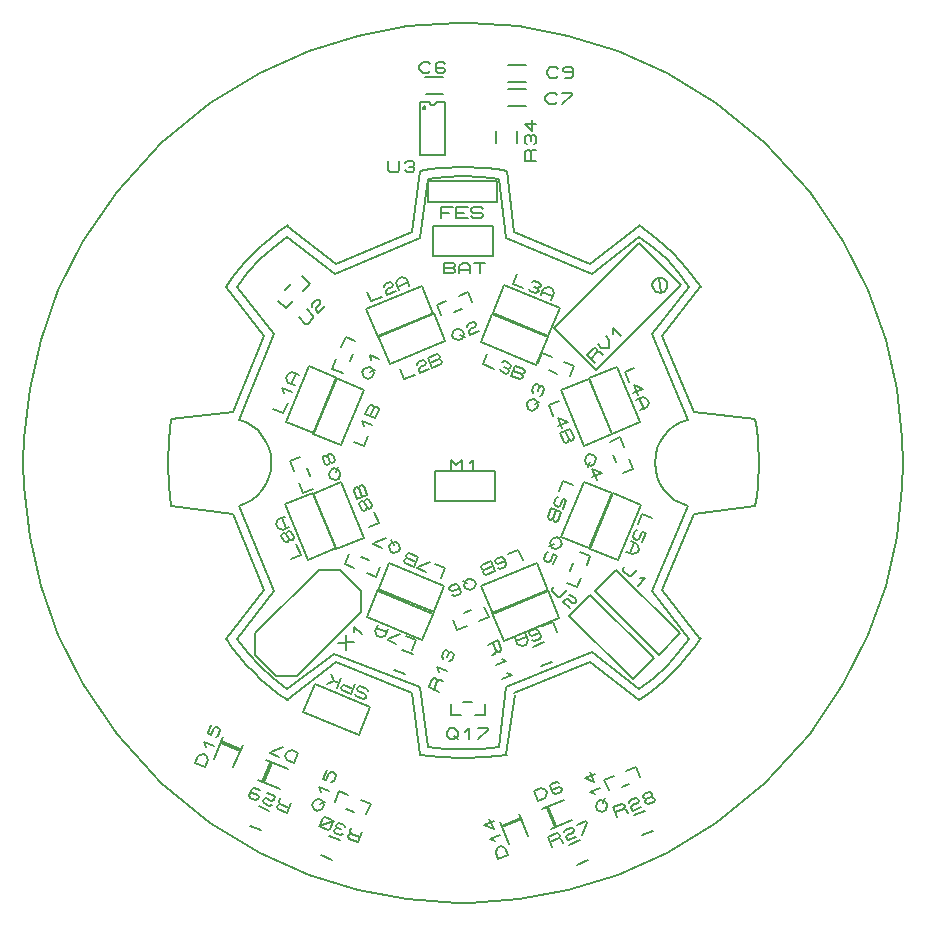
<source format=gbr>
G04 PROTEUS RS274X GERBER FILE*
%FSLAX45Y45*%
%MOMM*%
G01*
%ADD31C,0.203200*%
%ADD40C,0.200000*%
D31*
X-1261268Y+254067D02*
X-1066865Y+723398D01*
X-1301530Y+820599D01*
X-1495933Y+351269D01*
X-1261268Y+254067D01*
X-1603659Y+460479D02*
X-1519180Y+425486D01*
X-1482729Y+513486D01*
X-1514748Y+595481D02*
X-1530758Y+636478D01*
X-1446278Y+601486D01*
X-1421978Y+660151D02*
X-1478298Y+683480D01*
X-1494307Y+724477D01*
X-1482157Y+753810D01*
X-1441847Y+771479D01*
X-1385527Y+748151D01*
X-1450138Y+671815D02*
X-1413687Y+759815D01*
X-1031268Y+154067D02*
X-836865Y+623398D01*
X-1071530Y+720599D01*
X-1265933Y+251269D01*
X-1031268Y+154067D01*
X-923659Y+180479D02*
X-839180Y+145486D01*
X-802729Y+233486D01*
X-834748Y+315481D02*
X-850758Y+356478D01*
X-766278Y+321486D01*
X-741978Y+380151D02*
X-826457Y+415144D01*
X-796082Y+488477D01*
X-775927Y+497311D01*
X-761847Y+491479D01*
X-753842Y+470980D01*
X-733687Y+479815D01*
X-719607Y+473983D01*
X-711602Y+453484D01*
X-741978Y+380151D01*
X-784218Y+397647D02*
X-753842Y+470980D01*
X-991742Y+1070151D02*
X-1025762Y+988018D01*
X-929314Y+928823D02*
X-956530Y+863117D01*
X-991742Y+1070151D02*
X-907262Y+1035158D01*
X-1015726Y+766668D02*
X-1102552Y+802632D01*
X-1069503Y+882419D01*
X-833135Y+728504D02*
X-849144Y+769501D01*
X-836994Y+798834D01*
X-796684Y+816503D01*
X-768524Y+804839D01*
X-752514Y+763842D01*
X-764665Y+734508D01*
X-804975Y+716839D01*
X-833135Y+728504D01*
X-780674Y+775506D02*
X-740364Y+793175D01*
X-772383Y+875170D02*
X-788393Y+916167D01*
X-703913Y+881175D01*
X-718732Y+1074067D02*
X-249401Y+1268470D01*
X-346603Y+1503136D01*
X-815934Y+1308732D01*
X-718732Y+1074067D01*
X-807813Y+1455058D02*
X-772820Y+1370579D01*
X-684821Y+1407029D01*
X-669981Y+1495655D02*
X-661147Y+1515810D01*
X-617147Y+1534035D01*
X-596648Y+1526030D01*
X-590816Y+1511950D01*
X-599651Y+1491795D01*
X-643650Y+1473570D01*
X-652485Y+1453415D01*
X-640821Y+1425255D01*
X-567488Y+1455630D01*
X-538155Y+1467781D02*
X-561484Y+1524101D01*
X-543815Y+1564411D01*
X-514481Y+1576561D01*
X-473484Y+1560551D01*
X-450156Y+1504231D01*
X-549819Y+1495941D02*
X-461820Y+1532391D01*
X-618732Y+844067D02*
X-149401Y+1038470D01*
X-246603Y+1273136D01*
X-715934Y+1078732D01*
X-618732Y+844067D01*
X-527813Y+795058D02*
X-492820Y+710579D01*
X-404821Y+747029D01*
X-389981Y+835655D02*
X-381147Y+855810D01*
X-337147Y+874035D01*
X-316648Y+866030D01*
X-310816Y+851950D01*
X-319651Y+831795D01*
X-363650Y+813570D01*
X-372485Y+793415D01*
X-360821Y+765255D01*
X-287488Y+795630D01*
X-258155Y+807781D02*
X-293148Y+892260D01*
X-219815Y+922636D01*
X-199316Y+914631D01*
X-193484Y+900551D01*
X-202319Y+880396D01*
X-181820Y+872391D01*
X-175988Y+858311D01*
X-184822Y+838156D01*
X-258155Y+807781D01*
X-275651Y+850021D02*
X-202319Y+880396D01*
X+254067Y+1271268D02*
X+723398Y+1076865D01*
X+820599Y+1311530D01*
X+351269Y+1505933D01*
X+254067Y+1271268D01*
X+460479Y+1603659D02*
X+425486Y+1519180D01*
X+513486Y+1482729D01*
X+586646Y+1534903D02*
X+607145Y+1542908D01*
X+651145Y+1524683D01*
X+659979Y+1504528D01*
X+654147Y+1490448D01*
X+633648Y+1482443D01*
X+642483Y+1462288D01*
X+636651Y+1448208D01*
X+616152Y+1440203D01*
X+572152Y+1458429D01*
X+563318Y+1478584D01*
X+604315Y+1494593D02*
X+633648Y+1482443D01*
X+660151Y+1421978D02*
X+683480Y+1478298D01*
X+724477Y+1494307D01*
X+753810Y+1482157D01*
X+771479Y+1441847D01*
X+748151Y+1385527D01*
X+671815Y+1450138D02*
X+759815Y+1413687D01*
X+154067Y+1031268D02*
X+623398Y+836865D01*
X+720599Y+1071530D01*
X+251269Y+1265933D01*
X+154067Y+1031268D01*
X+210479Y+923659D02*
X+175486Y+839180D01*
X+263486Y+802729D01*
X+336646Y+854903D02*
X+357145Y+862908D01*
X+401145Y+844683D01*
X+409979Y+824528D01*
X+404147Y+810448D01*
X+383648Y+802443D01*
X+392483Y+782288D01*
X+386651Y+768208D01*
X+366152Y+760203D01*
X+322152Y+778429D01*
X+313318Y+798584D01*
X+354315Y+814593D02*
X+383648Y+802443D01*
X+410151Y+741978D02*
X+445144Y+826457D01*
X+518477Y+796082D01*
X+527311Y+775927D01*
X+521479Y+761847D01*
X+500980Y+753842D01*
X+509815Y+733687D01*
X+503983Y+719607D01*
X+483484Y+711602D01*
X+410151Y+741978D01*
X+427647Y+784218D02*
X+500980Y+753842D01*
X+1074067Y+718732D02*
X+1268470Y+249401D01*
X+1503136Y+346603D01*
X+1308732Y+815934D01*
X+1074067Y+718732D01*
X+1455058Y+807813D02*
X+1370579Y+772820D01*
X+1407029Y+684821D01*
X+1483790Y+579152D02*
X+1447340Y+667151D01*
X+1527960Y+631813D01*
X+1443480Y+596821D01*
X+1467781Y+538155D02*
X+1524101Y+561484D01*
X+1564411Y+543815D01*
X+1576561Y+514481D01*
X+1560551Y+473484D01*
X+1504231Y+450156D01*
X+1495941Y+549819D02*
X+1532391Y+461820D01*
X+834067Y+618732D02*
X+1028470Y+149401D01*
X+1263136Y+246603D01*
X+1068732Y+715934D01*
X+834067Y+618732D01*
X+815058Y+527813D02*
X+730579Y+492820D01*
X+767029Y+404821D01*
X+843790Y+299152D02*
X+807340Y+387151D01*
X+887960Y+351813D01*
X+803480Y+316821D01*
X+827781Y+258155D02*
X+912260Y+293148D01*
X+942636Y+219815D01*
X+934631Y+199316D01*
X+920551Y+193484D01*
X+900396Y+202319D01*
X+892391Y+181820D01*
X+878311Y+175988D01*
X+858156Y+184822D01*
X+827781Y+258155D01*
X+870021Y+275651D02*
X+900396Y+202319D01*
X+1271268Y-254067D02*
X+1076865Y-723398D01*
X+1311530Y-820599D01*
X+1505933Y-351269D01*
X+1271268Y-254067D01*
X+1603659Y-460479D02*
X+1519180Y-425486D01*
X+1482729Y-513486D01*
X+1518608Y-665811D02*
X+1548983Y-592478D01*
X+1520823Y-580814D01*
X+1496523Y-639481D01*
X+1476368Y-648315D01*
X+1448208Y-636651D01*
X+1440203Y-616152D01*
X+1458429Y-572152D01*
X+1478584Y-563318D01*
X+1421978Y-660151D02*
X+1478298Y-683480D01*
X+1494307Y-724477D01*
X+1482157Y-753810D01*
X+1441847Y-771479D01*
X+1385527Y-748151D01*
X+1450138Y-671815D02*
X+1413687Y-759815D01*
X+1031268Y-154067D02*
X+836865Y-623398D01*
X+1071530Y-720599D01*
X+1265933Y-251269D01*
X+1031268Y-154067D01*
X+933659Y-180479D02*
X+849180Y-145486D01*
X+812729Y-233486D01*
X+848608Y-385811D02*
X+878983Y-312478D01*
X+850823Y-300814D01*
X+826523Y-359481D01*
X+806368Y-368315D01*
X+778208Y-356651D01*
X+770203Y-336152D01*
X+788429Y-292152D01*
X+808584Y-283318D01*
X+751978Y-380151D02*
X+836457Y-415144D01*
X+806082Y-488477D01*
X+785927Y-497311D01*
X+771847Y-491479D01*
X+763842Y-470980D01*
X+743687Y-479815D01*
X+729607Y-473983D01*
X+721602Y-453484D01*
X+751978Y-380151D01*
X+794218Y-397647D02*
X+763842Y-470980D01*
X+718732Y-1074067D02*
X+249401Y-1268470D01*
X+346603Y-1503136D01*
X+815934Y-1308732D01*
X+718732Y-1074067D01*
X+797813Y-1425058D02*
X+762820Y-1340579D01*
X+674821Y-1377029D01*
X+586648Y-1496030D02*
X+607147Y-1504035D01*
X+651147Y-1485810D01*
X+659981Y-1465655D01*
X+636653Y-1409335D01*
X+616154Y-1401330D01*
X+572154Y-1419555D01*
X+563320Y-1439710D01*
X+569152Y-1453790D01*
X+589651Y-1461795D01*
X+648317Y-1437495D01*
X+528155Y-1437781D02*
X+551484Y-1494101D01*
X+533815Y-1534411D01*
X+504481Y-1546561D01*
X+463484Y-1530551D01*
X+440156Y-1474231D01*
X+539819Y-1465941D02*
X+451820Y-1502391D01*
X+628732Y-844067D02*
X+159401Y-1038470D01*
X+256603Y-1273136D01*
X+725934Y-1078732D01*
X+628732Y-844067D01*
X+507813Y-815058D02*
X+472820Y-730579D01*
X+384821Y-767029D01*
X+296648Y-886030D02*
X+317147Y-894035D01*
X+361147Y-875810D01*
X+369981Y-855655D01*
X+346653Y-799335D01*
X+326154Y-791330D01*
X+282154Y-809555D01*
X+273320Y-829710D01*
X+279152Y-843790D01*
X+299651Y-851795D01*
X+358317Y-827495D01*
X+238155Y-827781D02*
X+273148Y-912260D01*
X+199815Y-942636D01*
X+179316Y-934631D01*
X+173484Y-920551D01*
X+182319Y-900396D01*
X+161820Y-892391D01*
X+155988Y-878311D01*
X+164822Y-858156D01*
X+238155Y-827781D01*
X+255651Y-870021D02*
X+182319Y-900396D01*
X-244067Y-1261268D02*
X-713398Y-1066865D01*
X-810599Y-1301530D01*
X-341269Y-1495933D01*
X-244067Y-1261268D01*
X-430479Y-1583659D02*
X-395486Y-1499180D01*
X-483486Y-1462729D01*
X-562478Y-1528983D02*
X-635811Y-1498608D01*
X-629979Y-1484528D01*
X-527486Y-1444504D01*
X-630151Y-1401978D02*
X-653480Y-1458298D01*
X-694477Y-1474307D01*
X-723810Y-1462157D01*
X-741479Y-1421847D01*
X-718151Y-1365527D01*
X-641815Y-1430138D02*
X-729815Y-1393687D01*
X-154067Y-1041268D02*
X-623398Y-846865D01*
X-720599Y-1081530D01*
X-251269Y-1275933D01*
X-154067Y-1041268D01*
X-180479Y-973659D02*
X-145486Y-889180D01*
X-233486Y-852729D01*
X-312478Y-918983D02*
X-385811Y-888608D01*
X-379979Y-874528D01*
X-277486Y-834504D01*
X-380151Y-791978D02*
X-415144Y-876457D01*
X-488477Y-846082D01*
X-497311Y-825927D01*
X-491479Y-811847D01*
X-470980Y-803842D01*
X-479815Y-783687D01*
X-473983Y-769607D01*
X-453484Y-761602D01*
X-380151Y-791978D01*
X-397647Y-834218D02*
X-470980Y-803842D01*
X-1074067Y-718732D02*
X-1268470Y-249401D01*
X-1503136Y-346603D01*
X-1308732Y-815934D01*
X-1074067Y-718732D01*
X-1455058Y-807813D02*
X-1370579Y-772820D01*
X-1407029Y-684821D01*
X-1473570Y-643650D02*
X-1481575Y-664149D01*
X-1495655Y-669981D01*
X-1515810Y-661147D01*
X-1534035Y-617147D01*
X-1526030Y-596648D01*
X-1511950Y-590816D01*
X-1491795Y-599651D01*
X-1473570Y-643650D01*
X-1453415Y-652485D01*
X-1439335Y-646653D01*
X-1431330Y-626154D01*
X-1449555Y-582154D01*
X-1469710Y-573320D01*
X-1483790Y-579152D01*
X-1491795Y-599651D01*
X-1467781Y-538155D02*
X-1524101Y-561484D01*
X-1564411Y-543815D01*
X-1576561Y-514481D01*
X-1560551Y-473484D01*
X-1504231Y-450156D01*
X-1495941Y-549819D02*
X-1532391Y-461820D01*
X-834067Y-628732D02*
X-1028470Y-159401D01*
X-1263136Y-256603D01*
X-1068732Y-725934D01*
X-834067Y-628732D01*
X-795058Y-537813D02*
X-710579Y-502820D01*
X-747029Y-414821D01*
X-813570Y-373650D02*
X-821575Y-394149D01*
X-835655Y-399981D01*
X-855810Y-391147D01*
X-874035Y-347147D01*
X-866030Y-326648D01*
X-851950Y-320816D01*
X-831795Y-329651D01*
X-813570Y-373650D01*
X-793415Y-382485D01*
X-779335Y-376653D01*
X-771330Y-356154D01*
X-789555Y-312154D01*
X-809710Y-303320D01*
X-823790Y-309152D01*
X-831795Y-329651D01*
X-807781Y-268155D02*
X-892260Y-303148D01*
X-922636Y-229815D01*
X-914631Y-209316D01*
X-900551Y-203484D01*
X-880396Y-212319D01*
X-872391Y-191820D01*
X-858311Y-185988D01*
X-838156Y-194822D01*
X-807781Y-268155D01*
X-850021Y-285651D02*
X-880396Y-212319D01*
X+47368Y+1452552D02*
X-34765Y+1418531D01*
X-8423Y+1308474D02*
X-74130Y+1281258D01*
X+47368Y+1452552D02*
X+82360Y+1368072D01*
X-184186Y+1254916D02*
X-220151Y+1341742D01*
X-140365Y+1374790D01*
X-90260Y+1089027D02*
X-72591Y+1129337D01*
X-43257Y+1141487D01*
X-2260Y+1125477D01*
X+9404Y+1097317D01*
X-8265Y+1057007D01*
X-37598Y+1044857D01*
X-78595Y+1060867D01*
X-90260Y+1089027D01*
X-19929Y+1085167D02*
X+21068Y+1069157D01*
X+35908Y+1157783D02*
X+44742Y+1177938D01*
X+88742Y+1196163D01*
X+109241Y+1188158D01*
X+115073Y+1174078D01*
X+106238Y+1153923D01*
X+62239Y+1135698D01*
X+53404Y+1115543D01*
X+65068Y+1087383D01*
X+138401Y+1117758D01*
X+940151Y+821742D02*
X+858018Y+855762D01*
X+798823Y+759314D02*
X+733117Y+786530D01*
X+940151Y+821742D02*
X+905158Y+737262D01*
X+636668Y+845726D02*
X+672632Y+932552D01*
X+752419Y+899503D01*
X+557323Y+458954D02*
X+541314Y+499951D01*
X+553464Y+529284D01*
X+593774Y+546953D01*
X+621934Y+535289D01*
X+637944Y+494292D01*
X+625793Y+464958D01*
X+585483Y+447289D01*
X+557323Y+458954D01*
X+609784Y+505956D02*
X+650094Y+523625D01*
X+597920Y+596785D02*
X+589915Y+617284D01*
X+608140Y+661284D01*
X+628295Y+670118D01*
X+642375Y+664286D01*
X+650380Y+643787D01*
X+670535Y+652622D01*
X+684615Y+646790D01*
X+692620Y+626291D01*
X+674394Y+582291D01*
X+654239Y+573457D01*
X+638230Y+614454D02*
X+650380Y+643787D01*
X+1442552Y-47368D02*
X+1408531Y+34765D01*
X+1298474Y+8423D02*
X+1271258Y+74130D01*
X+1442552Y-47368D02*
X+1358072Y-82360D01*
X+1244916Y+184186D02*
X+1331742Y+220151D01*
X+1364790Y+140365D01*
X+1079027Y+80260D02*
X+1119337Y+62591D01*
X+1131487Y+33257D01*
X+1115477Y-7740D01*
X+1087317Y-19404D01*
X+1047007Y-1735D01*
X+1034857Y+27598D01*
X+1050867Y+68595D01*
X+1079027Y+80260D01*
X+1075167Y+9929D02*
X+1059157Y-31068D01*
X+1135918Y-136737D02*
X+1099468Y-48738D01*
X+1180088Y-84076D01*
X+1095608Y-119068D01*
X+971742Y-1050151D02*
X+1005762Y-968018D01*
X+909314Y-908823D02*
X+936530Y-843117D01*
X+971742Y-1050151D02*
X+887262Y-1015158D01*
X+995726Y-746668D02*
X+1082552Y-782632D01*
X+1049503Y-862419D01*
X+823135Y-638504D02*
X+839144Y-679501D01*
X+826994Y-708834D01*
X+786684Y-726503D01*
X+758524Y-714839D01*
X+742514Y-673842D01*
X+754665Y-644508D01*
X+794975Y-626839D01*
X+823135Y-638504D01*
X+770674Y-685506D02*
X+730364Y-703175D01*
X+766243Y-855500D02*
X+796618Y-782167D01*
X+768458Y-770503D01*
X+744158Y-829170D01*
X+724003Y-838004D01*
X+695843Y-826340D01*
X+687838Y-805841D01*
X+706064Y-761841D01*
X+726219Y-753007D01*
X-47368Y-1412552D02*
X+34765Y-1378531D01*
X+8423Y-1268474D02*
X+74130Y-1241258D01*
X-47368Y-1412552D02*
X-82360Y-1328072D01*
X+184186Y-1214916D02*
X+220151Y-1301742D01*
X+140365Y-1334790D01*
X+110260Y-1019027D02*
X+92591Y-1059337D01*
X+63257Y-1071487D01*
X+22260Y-1055477D01*
X+10596Y-1027317D01*
X+28265Y-987007D01*
X+57598Y-974857D01*
X+98595Y-990867D01*
X+110260Y-1019027D01*
X+39929Y-1015167D02*
X-1068Y-999157D01*
X-89241Y-1118158D02*
X-68742Y-1126163D01*
X-24742Y-1107938D01*
X-15908Y-1087783D01*
X-39236Y-1031463D01*
X-59735Y-1023458D01*
X-103735Y-1041683D01*
X-112569Y-1061838D01*
X-106737Y-1075918D01*
X-86238Y-1083923D01*
X-27572Y-1059623D01*
X-999878Y-851776D02*
X-917745Y-885796D01*
X-858550Y-789348D02*
X-792844Y-816564D01*
X-999878Y-851776D02*
X-964885Y-767296D01*
X-696395Y-875760D02*
X-732359Y-962586D01*
X-812146Y-929537D01*
X-538231Y-743169D02*
X-579228Y-759178D01*
X-608561Y-747028D01*
X-626230Y-706718D01*
X-614566Y-678558D01*
X-573569Y-662548D01*
X-544235Y-674699D01*
X-526566Y-715009D01*
X-538231Y-743169D01*
X-585233Y-690708D02*
X-602902Y-650398D01*
X-681894Y-716652D02*
X-755227Y-686277D01*
X-749395Y-672197D01*
X-646902Y-632173D01*
X-1462552Y+17368D02*
X-1428531Y-64765D01*
X-1318474Y-38423D02*
X-1291258Y-104130D01*
X-1462552Y+17368D02*
X-1378072Y+52360D01*
X-1264916Y-214186D02*
X-1351742Y-250151D01*
X-1384790Y-170365D01*
X-1079027Y-140260D02*
X-1119337Y-122591D01*
X-1131487Y-93257D01*
X-1115477Y-52260D01*
X-1087317Y-40596D01*
X-1047007Y-58265D01*
X-1034857Y-87598D01*
X-1050867Y-128595D01*
X-1079027Y-140260D01*
X-1075167Y-69929D02*
X-1059157Y-28932D01*
X-1125698Y+12239D02*
X-1133703Y-8260D01*
X-1147783Y-14092D01*
X-1167938Y-5258D01*
X-1186163Y+38742D01*
X-1178158Y+59241D01*
X-1164078Y+65073D01*
X-1143923Y+56238D01*
X-1125698Y+12239D01*
X-1105543Y+3404D01*
X-1091463Y+9236D01*
X-1083458Y+29735D01*
X-1101683Y+73735D01*
X-1121838Y+82569D01*
X-1135918Y+76737D01*
X-1143923Y+56238D01*
D40*
X-580198Y-1745726D02*
X-487810Y-1783994D01*
X-511315Y-1579428D02*
X-418927Y-1617696D01*
D31*
X-202796Y-1932420D02*
X-287275Y-1897427D01*
X-256900Y-1824094D01*
X-236745Y-1815260D01*
X-222665Y-1821092D01*
X-214660Y-1841591D01*
X-245036Y-1914924D01*
X-214660Y-1841591D02*
X-194505Y-1832756D01*
X-166345Y-1844420D01*
X-198364Y-1762425D02*
X-214374Y-1721428D01*
X-129894Y-1756420D01*
X-169918Y-1653928D02*
X-177923Y-1633429D01*
X-159698Y-1589429D01*
X-139543Y-1580595D01*
X-125463Y-1586427D01*
X-117458Y-1606926D01*
X-97303Y-1598091D01*
X-83223Y-1603923D01*
X-75218Y-1624422D01*
X-93444Y-1668422D01*
X-113599Y-1677256D01*
X-129608Y-1636259D02*
X-117458Y-1606926D01*
D40*
X+664285Y-1717772D02*
X+756673Y-1679504D01*
X+595402Y-1551474D02*
X+687790Y-1513206D01*
D31*
X+213468Y-1534198D02*
X+297947Y-1499205D01*
X+328323Y-1572538D01*
X+320318Y-1593037D01*
X+306238Y-1598869D01*
X+286083Y-1590034D01*
X+255708Y-1516702D01*
X+286083Y-1590034D02*
X+278078Y-1610533D01*
X+249918Y-1622197D01*
X+330539Y-1657536D02*
X+370849Y-1675205D01*
X+286369Y-1710197D01*
X+379140Y-1774868D02*
X+419450Y-1792537D01*
X+334970Y-1827529D01*
X-292100Y+2211100D02*
X+292100Y+2211100D01*
X+292100Y+2388900D01*
X-292100Y+2388900D01*
X-292100Y+2211100D01*
X-180500Y+2078140D02*
X-180500Y+2169580D01*
X-85250Y+2169580D01*
X-180500Y+2123860D02*
X-117000Y+2123860D01*
X+41750Y+2078140D02*
X-53500Y+2078140D01*
X-53500Y+2169580D01*
X+41750Y+2169580D01*
X-53500Y+2123860D02*
X+10000Y+2123860D01*
X+73500Y+2093380D02*
X+89375Y+2078140D01*
X+152875Y+2078140D01*
X+168750Y+2093380D01*
X+168750Y+2108620D01*
X+152875Y+2123860D01*
X+89375Y+2123860D01*
X+73500Y+2139100D01*
X+73500Y+2154340D01*
X+89375Y+2169580D01*
X+152875Y+2169580D01*
X+168750Y+2154340D01*
X-251000Y+1753000D02*
X+257000Y+1753000D01*
X+257000Y+2007000D01*
X-251000Y+2007000D01*
X-251000Y+1753000D01*
X-157500Y+1607640D02*
X-157500Y+1699080D01*
X-78125Y+1699080D01*
X-62250Y+1683840D01*
X-62250Y+1668600D01*
X-78125Y+1653360D01*
X-62250Y+1638120D01*
X-62250Y+1622880D01*
X-78125Y+1607640D01*
X-157500Y+1607640D01*
X-157500Y+1653360D02*
X-78125Y+1653360D01*
X-30500Y+1607640D02*
X-30500Y+1668600D01*
X+1250Y+1699080D01*
X+33000Y+1699080D01*
X+64750Y+1668600D01*
X+64750Y+1607640D01*
X-30500Y+1638120D02*
X+64750Y+1638120D01*
X+96500Y+1699080D02*
X+191750Y+1699080D01*
X+144125Y+1699080D02*
X+144125Y+1607640D01*
X+1120395Y-1080000D02*
X+1659210Y-1618815D01*
X+1838815Y-1439210D01*
X+1300000Y-900395D01*
X+1120395Y-1080000D01*
X+1369894Y-879711D02*
X+1359118Y-890487D01*
X+1359567Y-912489D01*
X+1404468Y-957390D01*
X+1426470Y-957839D01*
X+1480351Y-903957D01*
X+1503700Y-970412D02*
X+1547704Y-971310D01*
X+1483046Y-1035968D01*
X-1350599Y-2101530D02*
X-881268Y-2295933D01*
X-784067Y-2061268D01*
X-1253397Y-1866865D01*
X-1350599Y-2101530D01*
X-798020Y-1929022D02*
X-806855Y-1908867D01*
X-865521Y-1884566D01*
X-886020Y-1892571D01*
X-891852Y-1906651D01*
X-883017Y-1926806D01*
X-824351Y-1951107D01*
X-815517Y-1971262D01*
X-821349Y-1985341D01*
X-841847Y-1993346D01*
X-900514Y-1969046D01*
X-909348Y-1948891D01*
X-909521Y-1866341D02*
X-944514Y-1950820D01*
X-1017847Y-1920445D01*
X-1026681Y-1900290D01*
X-1020849Y-1886210D01*
X-1000350Y-1878205D01*
X-927017Y-1908581D01*
X-1061846Y-1902219D02*
X-1026853Y-1817740D01*
X-1149845Y-1865769D02*
X-1088349Y-1841754D01*
X-1114853Y-1781289D01*
X-1044349Y-1859980D02*
X-1088349Y-1841754D01*
X+771382Y+1150197D02*
X+1130592Y+790987D01*
X+1849013Y+1509408D01*
X+1489803Y+1868618D01*
X+771382Y+1150197D01*
X+1732908Y+1509408D02*
X+1732691Y+1514655D01*
X+1730926Y+1525150D01*
X+1727234Y+1535645D01*
X+1721206Y+1546140D01*
X+1711984Y+1556520D01*
X+1701489Y+1564208D01*
X+1690994Y+1569126D01*
X+1680499Y+1571932D01*
X+1670004Y+1572905D01*
X+1669408Y+1572908D01*
X+1605908Y+1509408D02*
X+1606125Y+1514655D01*
X+1607890Y+1525150D01*
X+1611582Y+1535645D01*
X+1617610Y+1546140D01*
X+1626832Y+1556520D01*
X+1637327Y+1564208D01*
X+1647822Y+1569126D01*
X+1658317Y+1571932D01*
X+1668812Y+1572905D01*
X+1669408Y+1572908D01*
X+1605908Y+1509408D02*
X+1606125Y+1504161D01*
X+1607890Y+1493666D01*
X+1611582Y+1483171D01*
X+1617610Y+1472676D01*
X+1626832Y+1462296D01*
X+1637327Y+1454608D01*
X+1647822Y+1449690D01*
X+1658317Y+1446884D01*
X+1668812Y+1445911D01*
X+1669408Y+1445908D01*
X+1732908Y+1509408D02*
X+1732691Y+1504161D01*
X+1730926Y+1493666D01*
X+1727234Y+1483171D01*
X+1721206Y+1472676D01*
X+1711984Y+1462296D01*
X+1701489Y+1454608D01*
X+1690994Y+1449690D01*
X+1680499Y+1446884D01*
X+1670004Y+1445911D01*
X+1669408Y+1445908D01*
X+1678388Y+1446546D02*
X+1660427Y+1572269D01*
X+1117152Y+853441D02*
X+1052495Y+918098D01*
X+1108621Y+974225D01*
X+1130623Y+974674D01*
X+1141399Y+963898D01*
X+1140950Y+941896D01*
X+1084823Y+885770D01*
X+1140950Y+941896D02*
X+1162952Y+942345D01*
X+1184504Y+920793D01*
X+1142298Y+1007901D02*
X+1174626Y+975573D01*
X+1240631Y+976920D01*
X+1241978Y+1042924D01*
X+1209649Y+1075253D01*
X+1276103Y+1098601D02*
X+1277001Y+1142605D01*
X+1341659Y+1077947D01*
X-1497520Y+1312770D02*
X-1434658Y+1375632D01*
X-1501112Y+1467230D02*
X-1450822Y+1517520D01*
X-1497520Y+1312770D02*
X-1562177Y+1377428D01*
X-1359224Y+1583974D02*
X-1292770Y+1517520D01*
X-1353836Y+1456454D01*
X-1386559Y+1236954D02*
X-1332678Y+1183073D01*
X-1310676Y+1183522D01*
X-1265775Y+1228423D01*
X-1265326Y+1250425D01*
X-1319208Y+1304306D01*
X-1274755Y+1327206D02*
X-1274306Y+1349208D01*
X-1240630Y+1382884D01*
X-1218628Y+1383333D01*
X-1207852Y+1372557D01*
X-1208301Y+1350555D01*
X-1241977Y+1316879D01*
X-1242426Y+1294878D01*
X-1220873Y+1273325D01*
X-1164747Y+1329452D01*
X-860592Y-1259803D02*
X-1399408Y-1798618D01*
X-1579013Y-1798618D01*
X-1758618Y-1619013D01*
X-1758618Y-1439408D01*
X-1219803Y-900592D01*
X-1040197Y-900592D01*
X-860592Y-1080197D01*
X-860592Y-1259803D01*
X-1051065Y-1517750D02*
X-919056Y-1515055D01*
X-986408Y-1582407D02*
X-983714Y-1450398D01*
X-917259Y-1427049D02*
X-916361Y-1383045D01*
X-851703Y-1447703D01*
X-361350Y+3061220D02*
X-280388Y+3061220D01*
X-278306Y+3050599D01*
X-272586Y+3042033D01*
X-264021Y+3036314D01*
X-253400Y+3034232D01*
X-226412Y+3061220D02*
X-228494Y+3050599D01*
X-234214Y+3042033D01*
X-242779Y+3036314D01*
X-253400Y+3034232D01*
X-226412Y+3061220D02*
X-145450Y+3061220D01*
X-285150Y+2614180D02*
X-221650Y+2614180D01*
X-361350Y+3028200D02*
X-361350Y+2647200D01*
X-145450Y+3028200D02*
X-145450Y+2647200D01*
X-361350Y+3028200D02*
X-361350Y+3061220D01*
X-145450Y+3061220D02*
X-145450Y+3028200D01*
X-221650Y+2614180D02*
X-145450Y+2614180D01*
X-145450Y+2647200D01*
X-361350Y+2647200D02*
X-361350Y+2614180D01*
X-285150Y+2614180D01*
X-315630Y+3011944D02*
X-315665Y+3012789D01*
X-315952Y+3014480D01*
X-316551Y+3016171D01*
X-317531Y+3017862D01*
X-319031Y+3019530D01*
X-320722Y+3020750D01*
X-322413Y+3021526D01*
X-324104Y+3021963D01*
X-325790Y+3022104D01*
X-335950Y+3011944D02*
X-335915Y+3012789D01*
X-335628Y+3014480D01*
X-335029Y+3016171D01*
X-334049Y+3017862D01*
X-332549Y+3019530D01*
X-330858Y+3020750D01*
X-329167Y+3021526D01*
X-327476Y+3021963D01*
X-325790Y+3022104D01*
X-335950Y+3011944D02*
X-335915Y+3011099D01*
X-335628Y+3009408D01*
X-335029Y+3007717D01*
X-334049Y+3006026D01*
X-332549Y+3004358D01*
X-330858Y+3003138D01*
X-329167Y+3002362D01*
X-327476Y+3001925D01*
X-325790Y+3001784D01*
X-315630Y+3011944D02*
X-315665Y+3011099D01*
X-315952Y+3009408D01*
X-316551Y+3007717D01*
X-317531Y+3006026D01*
X-319031Y+3004358D01*
X-320722Y+3003138D01*
X-322413Y+3002362D01*
X-324104Y+3001925D01*
X-325790Y+3001784D01*
X-630399Y+2558720D02*
X-630399Y+2482520D01*
X-614524Y+2467280D01*
X-551024Y+2467280D01*
X-535149Y+2482520D01*
X-535149Y+2558720D01*
X-487524Y+2543480D02*
X-471649Y+2558720D01*
X-424024Y+2558720D01*
X-408149Y+2543480D01*
X-408149Y+2528240D01*
X-424024Y+2513000D01*
X-408149Y+2497760D01*
X-408149Y+2482520D01*
X-424024Y+2467280D01*
X-471649Y+2467280D01*
X-487524Y+2482520D01*
X-455774Y+2513000D02*
X-424024Y+2513000D01*
D40*
X+462000Y+2710300D02*
X+462000Y+2810300D01*
X+282000Y+2710300D02*
X+282000Y+2810300D01*
D31*
X+621520Y+2557100D02*
X+530080Y+2557100D01*
X+530080Y+2636475D01*
X+545320Y+2652350D01*
X+560560Y+2652350D01*
X+575800Y+2636475D01*
X+575800Y+2557100D01*
X+575800Y+2636475D02*
X+591040Y+2652350D01*
X+621520Y+2652350D01*
X+545320Y+2699975D02*
X+530080Y+2715850D01*
X+530080Y+2763475D01*
X+545320Y+2779350D01*
X+560560Y+2779350D01*
X+575800Y+2763475D01*
X+591040Y+2779350D01*
X+606280Y+2779350D01*
X+621520Y+2763475D01*
X+621520Y+2715850D01*
X+606280Y+2699975D01*
X+575800Y+2731725D02*
X+575800Y+2763475D01*
X+591040Y+2906350D02*
X+591040Y+2811100D01*
X+530080Y+2874600D01*
X+621520Y+2874600D01*
X+900395Y-1290000D02*
X+1439210Y-1828815D01*
X+1618815Y-1649210D01*
X+1080000Y-1110395D01*
X+900395Y-1290000D01*
X+769894Y-1049711D02*
X+759118Y-1060487D01*
X+759567Y-1082489D01*
X+804468Y-1127390D01*
X+826470Y-1127839D01*
X+880351Y-1073957D01*
X+903251Y-1118410D02*
X+925253Y-1118859D01*
X+958929Y-1152535D01*
X+959378Y-1174537D01*
X+948602Y-1185313D01*
X+926600Y-1184864D01*
X+892924Y-1151188D01*
X+870923Y-1150739D01*
X+849370Y-1172292D01*
X+905497Y-1228418D01*
X-231700Y-320100D02*
X+276300Y-320100D01*
X+276300Y-66100D01*
X-231700Y-66100D01*
X-231700Y-320100D01*
X-100000Y-61260D02*
X-100000Y+30180D01*
X-52375Y-15540D01*
X-4750Y+30180D01*
X-4750Y-61260D01*
X+58750Y-300D02*
X+90500Y+30180D01*
X+90500Y-61260D01*
X-101180Y-2128640D02*
X-12280Y-2128640D01*
X+5500Y-2016880D02*
X+76620Y-2016880D01*
X-101180Y-2128640D02*
X-101180Y-2037200D01*
X+188380Y-2034660D02*
X+188380Y-2128640D01*
X+102020Y-2128640D01*
X-135760Y-2273710D02*
X-104010Y-2243230D01*
X-72260Y-2243230D01*
X-40510Y-2273710D01*
X-40510Y-2304190D01*
X-72260Y-2334670D01*
X-104010Y-2334670D01*
X-135760Y-2304190D01*
X-135760Y-2273710D01*
X-72260Y-2304190D02*
X-40510Y-2334670D01*
X+22990Y-2273710D02*
X+54740Y-2243230D01*
X+54740Y-2334670D01*
X+134115Y-2243230D02*
X+213490Y-2243230D01*
X+213490Y-2258470D01*
X+134115Y-2334670D01*
X+3730000Y+5000D02*
X+3724161Y+213494D01*
X+3677111Y+630483D01*
X+3581154Y+1047472D01*
X+3432185Y+1464461D01*
X+3222850Y+1881450D01*
X+2940262Y+2298439D01*
X+2562518Y+2713270D01*
X+2145529Y+3053567D01*
X+1728540Y+3307277D01*
X+1311551Y+3493345D01*
X+894562Y+3622223D01*
X+477573Y+3699902D01*
X+60584Y+3729585D01*
X+5000Y+3730000D01*
X-3720000Y+5000D02*
X-3714161Y+213494D01*
X-3667111Y+630483D01*
X-3571154Y+1047472D01*
X-3422185Y+1464461D01*
X-3212850Y+1881450D01*
X-2930262Y+2298439D01*
X-2552518Y+2713270D01*
X-2135529Y+3053567D01*
X-1718540Y+3307277D01*
X-1301551Y+3493345D01*
X-884562Y+3622223D01*
X-467573Y+3699902D01*
X-50584Y+3729585D01*
X+5000Y+3730000D01*
X-3720000Y+5000D02*
X-3714161Y-203494D01*
X-3667111Y-620483D01*
X-3571154Y-1037472D01*
X-3422185Y-1454461D01*
X-3212850Y-1871450D01*
X-2930262Y-2288439D01*
X-2552518Y-2703270D01*
X-2135529Y-3043567D01*
X-1718540Y-3297277D01*
X-1301551Y-3483345D01*
X-884562Y-3612223D01*
X-467573Y-3689902D01*
X-50584Y-3719585D01*
X+5000Y-3720000D01*
X+3730000Y+5000D02*
X+3724161Y-203494D01*
X+3677111Y-620483D01*
X+3581154Y-1037472D01*
X+3432185Y-1454461D01*
X+3222850Y-1871450D01*
X+2940262Y-2288439D01*
X+2562518Y-2703270D01*
X+2145529Y-3043567D01*
X+1728540Y-3297277D01*
X+1311551Y-3483345D01*
X+894562Y-3612223D01*
X+477573Y-3689902D01*
X+60584Y-3719585D01*
X+5000Y-3720000D01*
X+436530Y-1947891D02*
X+1080765Y-1681040D01*
X+1493712Y-2003416D01*
X+2014642Y-1482057D02*
X+1960500Y-1559342D01*
X+1903386Y-1632987D01*
X+1843189Y-1703102D01*
X+1779798Y-1769799D01*
X+1713101Y-1833190D01*
X+1642986Y-1893387D01*
X+1569342Y-1950500D01*
X+1492057Y-2004642D01*
X+2013416Y-1483712D02*
X+1691040Y-1070765D01*
X+1957891Y-426530D01*
X+2477843Y-362486D01*
X+2505000Y+5000D02*
X+2497909Y-189560D01*
X+2489300Y-280455D01*
X+2477540Y-364524D01*
X+2505000Y+5000D02*
X+2497909Y+199560D01*
X+2489300Y+290455D01*
X+2477540Y+374524D01*
X+2477843Y+372486D02*
X+1957891Y+436530D01*
X+1691040Y+1080765D01*
X+2013416Y+1493712D01*
X+2014642Y+1492057D02*
X+1960500Y+1569342D01*
X+1903386Y+1642987D01*
X+1843189Y+1713102D01*
X+1779798Y+1779799D01*
X+1713101Y+1843190D01*
X+1642986Y+1903387D01*
X+1569342Y+1960500D01*
X+1492057Y+2014642D01*
X+1493712Y+2013416D02*
X+1080765Y+1691040D01*
X+436530Y+1957891D01*
X+372486Y+2477843D01*
X+374524Y+2477540D02*
X+290455Y+2489300D01*
X+199560Y+2497909D01*
X+5000Y+2505000D01*
X-364524Y+2477540D02*
X-280455Y+2489300D01*
X-189560Y+2497909D01*
X+5000Y+2505000D01*
X-362486Y+2477843D02*
X-426530Y+1957891D01*
X-1070765Y+1691040D01*
X-1483712Y+2013416D01*
X-2004642Y+1492057D02*
X-1950500Y+1569342D01*
X-1893386Y+1642987D01*
X-1833189Y+1713102D01*
X-1769798Y+1779799D01*
X-1703101Y+1843190D01*
X-1632986Y+1903387D01*
X-1559342Y+1960500D01*
X-1482057Y+2014642D01*
X-2003416Y+1493712D02*
X-1681040Y+1080765D01*
X-1947891Y+436530D01*
X-2467843Y+372486D01*
X-2495000Y+5000D02*
X-2487909Y+199560D01*
X-2479300Y+290455D01*
X-2467540Y+374524D01*
X-2495000Y+5000D02*
X-2487909Y-189560D01*
X-2479300Y-280455D01*
X-2467540Y-364524D01*
X-2467843Y-362486D02*
X-1947891Y-426530D01*
X-1681040Y-1070765D01*
X-2003416Y-1483712D01*
X-2004642Y-1482057D02*
X-1950500Y-1559342D01*
X-1893386Y-1632987D01*
X-1833189Y-1703102D01*
X-1769798Y-1769799D01*
X-1703101Y-1833190D01*
X-1632986Y-1893387D01*
X-1559342Y-1950500D01*
X-1482057Y-2004642D01*
X-1483712Y-2003416D02*
X-1070765Y-1681040D01*
X-426530Y-1947891D01*
X-362486Y-2467843D01*
X-364524Y-2467540D02*
X-280455Y-2479300D01*
X-189560Y-2487909D01*
X+5000Y-2495000D01*
X+374524Y-2467540D02*
X+290455Y-2479300D01*
X+199560Y-2487909D01*
X+5000Y-2495000D01*
X+436530Y-1947891D02*
X+1080765Y-1681040D01*
X+1493712Y-2003416D01*
X+2014642Y-1482057D02*
X+1960500Y-1559342D01*
X+1903386Y-1632987D01*
X+1843189Y-1703102D01*
X+1779798Y-1769799D01*
X+1713101Y-1833190D01*
X+1642986Y-1893387D01*
X+1569342Y-1950500D01*
X+1492057Y-2004642D01*
X+2013416Y-1483712D02*
X+1691040Y-1070765D01*
X+1957891Y-426530D01*
X+2477843Y-362486D01*
X+2505000Y+5000D02*
X+2497909Y-189560D01*
X+2489300Y-280455D01*
X+2477540Y-364524D01*
X+2505000Y+5000D02*
X+2497909Y+199560D01*
X+2489300Y+290455D01*
X+2477540Y+374524D01*
X+2477843Y+372486D02*
X+1957891Y+436530D01*
X+1691040Y+1080765D01*
X+2013416Y+1493712D01*
X+2014642Y+1492057D02*
X+1960500Y+1569342D01*
X+1903386Y+1642987D01*
X+1843189Y+1713102D01*
X+1779798Y+1779799D01*
X+1713101Y+1843190D01*
X+1642986Y+1903387D01*
X+1569342Y+1960500D01*
X+1492057Y+2014642D01*
X+1493712Y+2013416D02*
X+1080765Y+1691040D01*
X+436530Y+1957891D01*
X+372486Y+2477843D01*
X+374524Y+2477540D02*
X+290455Y+2489300D01*
X+199560Y+2497909D01*
X+5000Y+2505000D01*
X-364524Y+2477540D02*
X-280455Y+2489300D01*
X-189560Y+2497909D01*
X+5000Y+2505000D01*
X-362486Y+2477843D02*
X-426530Y+1957891D01*
X-1070765Y+1691040D01*
X-1483712Y+2013416D01*
X-2004642Y+1492057D02*
X-1950500Y+1569342D01*
X-1893386Y+1642987D01*
X-1833189Y+1713102D01*
X-1769798Y+1779799D01*
X-1703101Y+1843190D01*
X-1632986Y+1903387D01*
X-1559342Y+1960500D01*
X-1482057Y+2014642D01*
X-2003416Y+1493712D02*
X-1681040Y+1080765D01*
X-1947891Y+436530D01*
X-2467843Y+372486D01*
X-2495000Y+5000D02*
X-2487909Y+199560D01*
X-2479300Y+290455D01*
X-2467540Y+374524D01*
X-2495000Y+5000D02*
X-2487909Y-189560D01*
X-2479300Y-280455D01*
X-2467540Y-364524D01*
X-2467843Y-362486D02*
X-1947891Y-426530D01*
X-1681040Y-1070765D01*
X-2003416Y-1483712D01*
X-2004642Y-1482057D02*
X-1950500Y-1559342D01*
X-1893386Y-1632987D01*
X-1833189Y-1703102D01*
X-1769798Y-1769799D01*
X-1703101Y-1833190D01*
X-1632986Y-1893387D01*
X-1559342Y-1950500D01*
X-1482057Y-2004642D01*
X-1483712Y-2003416D02*
X-1070765Y-1681040D01*
X-426530Y-1947891D01*
X-362486Y-2467843D01*
X-364524Y-2467540D02*
X-280455Y-2479300D01*
X-189560Y-2487909D01*
X+5000Y-2495000D01*
X+374524Y-2467540D02*
X+290455Y-2479300D01*
X+199560Y-2487909D01*
X+5000Y-2495000D01*
X+436530Y-1947891D02*
X+1080765Y-1681040D01*
X+1493712Y-2003416D01*
X+2014642Y-1482057D02*
X+1960500Y-1559342D01*
X+1903386Y-1632987D01*
X+1843189Y-1703102D01*
X+1779798Y-1769799D01*
X+1713101Y-1833190D01*
X+1642986Y-1893387D01*
X+1569342Y-1950500D01*
X+1492057Y-2004642D01*
X+2013416Y-1483712D02*
X+1691040Y-1070765D01*
X+1957891Y-426530D01*
X+2477843Y-362486D01*
X+2505000Y+5000D02*
X+2497909Y-189560D01*
X+2489300Y-280455D01*
X+2477540Y-364524D01*
X+2505000Y+5000D02*
X+2497909Y+199560D01*
X+2489300Y+290455D01*
X+2477540Y+374524D01*
X+2477843Y+372486D02*
X+1957891Y+436530D01*
X+1691040Y+1080765D01*
X+2013416Y+1493712D01*
X+2014642Y+1492057D02*
X+1960500Y+1569342D01*
X+1903386Y+1642987D01*
X+1843189Y+1713102D01*
X+1779798Y+1779799D01*
X+1713101Y+1843190D01*
X+1642986Y+1903387D01*
X+1569342Y+1960500D01*
X+1492057Y+2014642D01*
X+1493712Y+2013416D02*
X+1080765Y+1691040D01*
X+436530Y+1957891D01*
X+372486Y+2477843D01*
X+374524Y+2477540D02*
X+290455Y+2489300D01*
X+199560Y+2497909D01*
X+5000Y+2505000D01*
X-364524Y+2477540D02*
X-280455Y+2489300D01*
X-189560Y+2497909D01*
X+5000Y+2505000D01*
X-362486Y+2477843D02*
X-426530Y+1957891D01*
X-1070765Y+1691040D01*
X-1483712Y+2013416D01*
X-2004642Y+1492057D02*
X-1950500Y+1569342D01*
X-1893386Y+1642987D01*
X-1833189Y+1713102D01*
X-1769798Y+1779799D01*
X-1703101Y+1843190D01*
X-1632986Y+1903387D01*
X-1559342Y+1960500D01*
X-1482057Y+2014642D01*
X-2003416Y+1493712D02*
X-1681040Y+1080765D01*
X-1947891Y+436530D01*
X-2467843Y+372486D01*
X-2495000Y+5000D02*
X-2487909Y+199560D01*
X-2479300Y+290455D01*
X-2467540Y+374524D01*
X-2495000Y+5000D02*
X-2487909Y-189560D01*
X-2479300Y-280455D01*
X-2467540Y-364524D01*
X-2467843Y-362486D02*
X-1947891Y-426530D01*
X-1681040Y-1070765D01*
X-2003416Y-1483712D01*
X-2004642Y-1482057D02*
X-1950500Y-1559342D01*
X-1893386Y-1632987D01*
X-1833189Y-1703102D01*
X-1769798Y-1769799D01*
X-1703101Y-1833190D01*
X-1632986Y-1893387D01*
X-1559342Y-1950500D01*
X-1482057Y-2004642D01*
X-1483712Y-2003416D02*
X-1070765Y-1681040D01*
X-426530Y-1947891D01*
X-362486Y-2467843D01*
X-364524Y-2467540D02*
X-280455Y-2479300D01*
X-189560Y-2487909D01*
X+5000Y-2495000D01*
X+374524Y-2467540D02*
X+290455Y-2479300D01*
X+199560Y-2487909D01*
X+5000Y-2495000D01*
X+436530Y-1947891D02*
X+1080765Y-1681040D01*
X+1493712Y-2003416D01*
X+2014642Y-1482057D02*
X+1960500Y-1559342D01*
X+1903386Y-1632987D01*
X+1843189Y-1703102D01*
X+1779798Y-1769799D01*
X+1713101Y-1833190D01*
X+1642986Y-1893387D01*
X+1569342Y-1950500D01*
X+1492057Y-2004642D01*
X+2013416Y-1483712D02*
X+1691040Y-1070765D01*
X+1957891Y-426530D01*
X+2477843Y-362486D01*
X+2505000Y+5000D02*
X+2497909Y-189560D01*
X+2489300Y-280455D01*
X+2477540Y-364524D01*
X+2505000Y+5000D02*
X+2497909Y+199560D01*
X+2489300Y+290455D01*
X+2477540Y+374524D01*
X+2477843Y+372486D02*
X+1957891Y+436530D01*
X+1691040Y+1080765D01*
X+2013416Y+1493712D01*
X+2014642Y+1492057D02*
X+1960500Y+1569342D01*
X+1903386Y+1642987D01*
X+1843189Y+1713102D01*
X+1779798Y+1779799D01*
X+1713101Y+1843190D01*
X+1642986Y+1903387D01*
X+1569342Y+1960500D01*
X+1492057Y+2014642D01*
X+1493712Y+2013416D02*
X+1080765Y+1691040D01*
X+436530Y+1957891D01*
X+372486Y+2477843D01*
X+374524Y+2477540D02*
X+290455Y+2489300D01*
X+199560Y+2497909D01*
X+5000Y+2505000D01*
X-364524Y+2477540D02*
X-280455Y+2489300D01*
X-189560Y+2497909D01*
X+5000Y+2505000D01*
X-362486Y+2477843D02*
X-426530Y+1957891D01*
X-1070765Y+1691040D01*
X-1483712Y+2013416D01*
X-2004642Y+1492057D02*
X-1950500Y+1569342D01*
X-1893386Y+1642987D01*
X-1833189Y+1713102D01*
X-1769798Y+1779799D01*
X-1703101Y+1843190D01*
X-1632986Y+1903387D01*
X-1559342Y+1960500D01*
X-1482057Y+2014642D01*
X-2003416Y+1493712D02*
X-1681040Y+1080765D01*
X-1947891Y+436530D01*
X-2467843Y+372486D01*
X-2495000Y+5000D02*
X-2487909Y+199560D01*
X-2479300Y+290455D01*
X-2467540Y+374524D01*
X-2495000Y+5000D02*
X-2487909Y-189560D01*
X-2479300Y-280455D01*
X-2467540Y-364524D01*
X-2467843Y-362486D02*
X-1947891Y-426530D01*
X-1681040Y-1070765D01*
X-2003416Y-1483712D01*
X-2004642Y-1482057D02*
X-1950500Y-1559342D01*
X-1893386Y-1632987D01*
X-1833189Y-1703102D01*
X-1769798Y-1769799D01*
X-1703101Y-1833190D01*
X-1632986Y-1893387D01*
X-1559342Y-1950500D01*
X-1482057Y-2004642D01*
X-1483712Y-2003416D02*
X-1070765Y-1681040D01*
X-426530Y-1947891D01*
X-362486Y-2467843D01*
X-364524Y-2467540D02*
X-280455Y-2479300D01*
X-189560Y-2487909D01*
X+5000Y-2495000D01*
X+374524Y-2467540D02*
X+290455Y-2479300D01*
X+199560Y-2487909D01*
X+5000Y-2495000D01*
X+436530Y-1947891D02*
X+1080765Y-1681040D01*
X+1493712Y-2003416D01*
X+2014642Y-1482057D02*
X+1960500Y-1559342D01*
X+1903386Y-1632987D01*
X+1843189Y-1703102D01*
X+1779798Y-1769799D01*
X+1713101Y-1833190D01*
X+1642986Y-1893387D01*
X+1569342Y-1950500D01*
X+1492057Y-2004642D01*
X+2013416Y-1483712D02*
X+1691040Y-1070765D01*
X+1957891Y-426530D01*
X+2477843Y-362486D01*
X+2505000Y+5000D02*
X+2497909Y-189560D01*
X+2489300Y-280455D01*
X+2477540Y-364524D01*
X+2505000Y+5000D02*
X+2497909Y+199560D01*
X+2489300Y+290455D01*
X+2477540Y+374524D01*
X+2477843Y+372486D02*
X+1957891Y+436530D01*
X+1691040Y+1080765D01*
X+2013416Y+1493712D01*
X+2014642Y+1492057D02*
X+1960500Y+1569342D01*
X+1903386Y+1642987D01*
X+1843189Y+1713102D01*
X+1779798Y+1779799D01*
X+1713101Y+1843190D01*
X+1642986Y+1903387D01*
X+1569342Y+1960500D01*
X+1492057Y+2014642D01*
X+1493712Y+2013416D02*
X+1080765Y+1691040D01*
X+436530Y+1957891D01*
X+372486Y+2477843D01*
X+374524Y+2477540D02*
X+290455Y+2489300D01*
X+199560Y+2497909D01*
X+5000Y+2505000D01*
X-364524Y+2477540D02*
X-280455Y+2489300D01*
X-189560Y+2497909D01*
X+5000Y+2505000D01*
X-362486Y+2477843D02*
X-426530Y+1957891D01*
X-1070765Y+1691040D01*
X-1483712Y+2013416D01*
X-2004642Y+1492057D02*
X-1950500Y+1569342D01*
X-1893386Y+1642987D01*
X-1833189Y+1713102D01*
X-1769798Y+1779799D01*
X-1703101Y+1843190D01*
X-1632986Y+1903387D01*
X-1559342Y+1960500D01*
X-1482057Y+2014642D01*
X-2003416Y+1493712D02*
X-1681040Y+1080765D01*
X-1947891Y+436530D01*
X-2467843Y+372486D01*
X-2495000Y+5000D02*
X-2487909Y+199560D01*
X-2479300Y+290455D01*
X-2467540Y+374524D01*
X-2495000Y+5000D02*
X-2487909Y-189560D01*
X-2479300Y-280455D01*
X-2467540Y-364524D01*
X-2467843Y-362486D02*
X-1947891Y-426530D01*
X-1681040Y-1070765D01*
X-2003416Y-1483712D01*
X-2004642Y-1482057D02*
X-1950500Y-1559342D01*
X-1893386Y-1632987D01*
X-1833189Y-1703102D01*
X-1769798Y-1769799D01*
X-1703101Y-1833190D01*
X-1632986Y-1893387D01*
X-1559342Y-1950500D01*
X-1482057Y-2004642D01*
X-1483712Y-2003416D02*
X-1070765Y-1681040D01*
X-426530Y-1947891D01*
X-362486Y-2467843D01*
X-364524Y-2467540D02*
X-280455Y-2479300D01*
X-189560Y-2487909D01*
X+5000Y-2495000D01*
X+374524Y-2467540D02*
X+290455Y-2479300D01*
X+199560Y-2487909D01*
X+5000Y-2495000D01*
X+436530Y-1947891D02*
X+1080765Y-1681040D01*
X+1493712Y-2003416D01*
X+2014642Y-1482057D02*
X+1960500Y-1559342D01*
X+1903386Y-1632987D01*
X+1843189Y-1703102D01*
X+1779798Y-1769799D01*
X+1713101Y-1833190D01*
X+1642986Y-1893387D01*
X+1569342Y-1950500D01*
X+1492057Y-2004642D01*
X+2013416Y-1483712D02*
X+1691040Y-1070765D01*
X+1957891Y-426530D01*
X+2477843Y-362486D01*
X+2505000Y+5000D02*
X+2497909Y-189560D01*
X+2489300Y-280455D01*
X+2477540Y-364524D01*
X+2505000Y+5000D02*
X+2497909Y+199560D01*
X+2489300Y+290455D01*
X+2477540Y+374524D01*
X+2477843Y+372486D02*
X+1957891Y+436530D01*
X+1691040Y+1080765D01*
X+2013416Y+1493712D01*
X+2014642Y+1492057D02*
X+1960500Y+1569342D01*
X+1903386Y+1642987D01*
X+1843189Y+1713102D01*
X+1779798Y+1779799D01*
X+1713101Y+1843190D01*
X+1642986Y+1903387D01*
X+1569342Y+1960500D01*
X+1492057Y+2014642D01*
X+1493712Y+2013416D02*
X+1080765Y+1691040D01*
X+436530Y+1957891D01*
X+372486Y+2477843D01*
X+374524Y+2477540D02*
X+290455Y+2489300D01*
X+199560Y+2497909D01*
X+5000Y+2505000D01*
X-364524Y+2477540D02*
X-280455Y+2489300D01*
X-189560Y+2497909D01*
X+5000Y+2505000D01*
X-362486Y+2477843D02*
X-426530Y+1957891D01*
X-1070765Y+1691040D01*
X-1483712Y+2013416D01*
X-2004642Y+1492057D02*
X-1950500Y+1569342D01*
X-1893386Y+1642987D01*
X-1833189Y+1713102D01*
X-1769798Y+1779799D01*
X-1703101Y+1843190D01*
X-1632986Y+1903387D01*
X-1559342Y+1960500D01*
X-1482057Y+2014642D01*
X-2003416Y+1493712D02*
X-1681040Y+1080765D01*
X-1947891Y+436530D01*
X-2467843Y+372486D01*
X-2495000Y+5000D02*
X-2487909Y+199560D01*
X-2479300Y+290455D01*
X-2467540Y+374524D01*
X-2495000Y+5000D02*
X-2487909Y-189560D01*
X-2479300Y-280455D01*
X-2467540Y-364524D01*
X-2467843Y-362486D02*
X-1947891Y-426530D01*
X-1681040Y-1070765D01*
X-2003416Y-1483712D01*
X-2004642Y-1482057D02*
X-1950500Y-1559342D01*
X-1893386Y-1632987D01*
X-1833189Y-1703102D01*
X-1769798Y-1769799D01*
X-1703101Y-1833190D01*
X-1632986Y-1893387D01*
X-1559342Y-1950500D01*
X-1482057Y-2004642D01*
X-1483712Y-2003416D02*
X-1070765Y-1681040D01*
X-426530Y-1947891D01*
X-362486Y-2467843D01*
X-364524Y-2467540D02*
X-280455Y-2479300D01*
X-189560Y-2487909D01*
X+5000Y-2495000D01*
X+374524Y-2467540D02*
X+290455Y-2479300D01*
X+199560Y-2487909D01*
X+5000Y-2495000D01*
X+436530Y-1947891D02*
X+1080765Y-1681040D01*
X+1493712Y-2003416D01*
X+2014642Y-1482057D02*
X+1960500Y-1559342D01*
X+1903386Y-1632987D01*
X+1843189Y-1703102D01*
X+1779798Y-1769799D01*
X+1713101Y-1833190D01*
X+1642986Y-1893387D01*
X+1569342Y-1950500D01*
X+1492057Y-2004642D01*
X+2013416Y-1483712D02*
X+1691040Y-1070765D01*
X+1957891Y-426530D01*
X+2477843Y-362486D01*
X+2505000Y+5000D02*
X+2497909Y-189560D01*
X+2489300Y-280455D01*
X+2477540Y-364524D01*
X+2505000Y+5000D02*
X+2497909Y+199560D01*
X+2489300Y+290455D01*
X+2477540Y+374524D01*
X+2477843Y+372486D02*
X+1957891Y+436530D01*
X+1691040Y+1080765D01*
X+2013416Y+1493712D01*
X+2014642Y+1492057D02*
X+1960500Y+1569342D01*
X+1903386Y+1642987D01*
X+1843189Y+1713102D01*
X+1779798Y+1779799D01*
X+1713101Y+1843190D01*
X+1642986Y+1903387D01*
X+1569342Y+1960500D01*
X+1492057Y+2014642D01*
X+1493712Y+2013416D02*
X+1080765Y+1691040D01*
X+436530Y+1957891D01*
X+372486Y+2477843D01*
X+374524Y+2477540D02*
X+290455Y+2489300D01*
X+199560Y+2497909D01*
X+5000Y+2505000D01*
X-364524Y+2477540D02*
X-280455Y+2489300D01*
X-189560Y+2497909D01*
X+5000Y+2505000D01*
X-362486Y+2477843D02*
X-426530Y+1957891D01*
X-1070765Y+1691040D01*
X-1483712Y+2013416D01*
X-2004642Y+1492057D02*
X-1950500Y+1569342D01*
X-1893386Y+1642987D01*
X-1833189Y+1713102D01*
X-1769798Y+1779799D01*
X-1703101Y+1843190D01*
X-1632986Y+1903387D01*
X-1559342Y+1960500D01*
X-1482057Y+2014642D01*
X-2003416Y+1493712D02*
X-1681040Y+1080765D01*
X-1947891Y+436530D01*
X-2467843Y+372486D01*
X-2495000Y+5000D02*
X-2487909Y+199560D01*
X-2479300Y+290455D01*
X-2467540Y+374524D01*
X-2495000Y+5000D02*
X-2487909Y-189560D01*
X-2479300Y-280455D01*
X-2467540Y-364524D01*
X-2467843Y-362486D02*
X-1947891Y-426530D01*
X-1681040Y-1070765D01*
X-2003416Y-1483712D01*
X-2004642Y-1482057D02*
X-1950500Y-1559342D01*
X-1893386Y-1632987D01*
X-1833189Y-1703102D01*
X-1769798Y-1769799D01*
X-1703101Y-1833190D01*
X-1632986Y-1893387D01*
X-1559342Y-1950500D01*
X-1482057Y-2004642D01*
X-1483712Y-2003416D02*
X-1070765Y-1681040D01*
X-426530Y-1947891D01*
X-362486Y-2467843D01*
X-364524Y-2467540D02*
X-280455Y-2479300D01*
X-189560Y-2487909D01*
X+5000Y-2495000D01*
X+374524Y-2467540D02*
X+290455Y-2479300D01*
X+199560Y-2487909D01*
X+5000Y-2495000D01*
X+436530Y-1947891D02*
X+1080765Y-1681040D01*
X+1493712Y-2003416D01*
X+2014642Y-1482057D02*
X+1960500Y-1559342D01*
X+1903386Y-1632987D01*
X+1843189Y-1703102D01*
X+1779798Y-1769799D01*
X+1713101Y-1833190D01*
X+1642986Y-1893387D01*
X+1569342Y-1950500D01*
X+1492057Y-2004642D01*
X+2013416Y-1483712D02*
X+1691040Y-1070765D01*
X+1957891Y-426530D01*
X+2477843Y-362486D01*
X+2505000Y+5000D02*
X+2497909Y-189560D01*
X+2489300Y-280455D01*
X+2477540Y-364524D01*
X+2505000Y+5000D02*
X+2497909Y+199560D01*
X+2489300Y+290455D01*
X+2477540Y+374524D01*
X+2477843Y+372486D02*
X+1957891Y+436530D01*
X+1691040Y+1080765D01*
X+2013416Y+1493712D01*
X+2014642Y+1492057D02*
X+1960500Y+1569342D01*
X+1903386Y+1642987D01*
X+1843189Y+1713102D01*
X+1779798Y+1779799D01*
X+1713101Y+1843190D01*
X+1642986Y+1903387D01*
X+1569342Y+1960500D01*
X+1492057Y+2014642D01*
X+1493712Y+2013416D02*
X+1080765Y+1691040D01*
X+436530Y+1957891D01*
X+372486Y+2477843D01*
X+374524Y+2477540D02*
X+290455Y+2489300D01*
X+199560Y+2497909D01*
X+5000Y+2505000D01*
X-364524Y+2477540D02*
X-280455Y+2489300D01*
X-189560Y+2497909D01*
X+5000Y+2505000D01*
X-362486Y+2477843D02*
X-426530Y+1957891D01*
X-1070765Y+1691040D01*
X-1483712Y+2013416D01*
X-2004642Y+1492057D02*
X-1950500Y+1569342D01*
X-1893386Y+1642987D01*
X-1833189Y+1713102D01*
X-1769798Y+1779799D01*
X-1703101Y+1843190D01*
X-1632986Y+1903387D01*
X-1559342Y+1960500D01*
X-1482057Y+2014642D01*
X-2003416Y+1493712D02*
X-1681040Y+1080765D01*
X-1947891Y+436530D01*
X-2467843Y+372486D01*
X-2495000Y+5000D02*
X-2487909Y+199560D01*
X-2479300Y+290455D01*
X-2467540Y+374524D01*
X-2495000Y+5000D02*
X-2487909Y-189560D01*
X-2479300Y-280455D01*
X-2467540Y-364524D01*
X-2467843Y-362486D02*
X-1947891Y-426530D01*
X-1681040Y-1070765D01*
X-2003416Y-1483712D01*
X-2004642Y-1482057D02*
X-1950500Y-1559342D01*
X-1893386Y-1632987D01*
X-1833189Y-1703102D01*
X-1769798Y-1769799D01*
X-1703101Y-1833190D01*
X-1632986Y-1893387D01*
X-1559342Y-1950500D01*
X-1482057Y-2004642D01*
X-1483712Y-2003416D02*
X-1070765Y-1681040D01*
X-426530Y-1947891D01*
X-362486Y-2467843D01*
X-364524Y-2467540D02*
X-280455Y-2479300D01*
X-189560Y-2487909D01*
X+5000Y-2495000D01*
X+374524Y-2467540D02*
X+290455Y-2479300D01*
X+199560Y-2487909D01*
X+5000Y-2495000D01*
X-357437Y-1895331D02*
X-295109Y-2401358D01*
X-294734Y-2401405D02*
X-152820Y-2415200D01*
X+5000Y-2420000D01*
X+304734Y-2401405D02*
X+162820Y-2415200D01*
X+5000Y-2420000D01*
X+305109Y-2401358D02*
X+367437Y-1895331D01*
X+1092455Y-1595018D01*
X+1494343Y-1908761D01*
X+1918529Y-1484642D02*
X+1827137Y-1606051D01*
X+1726597Y-1716597D01*
X+1616051Y-1817137D01*
X+1494642Y-1908529D01*
X+1918761Y-1484343D02*
X+1605018Y-1082455D01*
X+1905331Y-357437D01*
X+1629109Y+5000D02*
X+1634283Y+69079D01*
X+1649312Y+129352D01*
X+1673459Y+185039D01*
X+1705988Y+235360D01*
X+1746162Y+279536D01*
X+1793243Y+316787D01*
X+1846495Y+346333D01*
X+1905180Y+367395D01*
X+1629109Y+5000D02*
X+1634283Y-59079D01*
X+1649312Y-119352D01*
X+1673459Y-175039D01*
X+1705988Y-225360D01*
X+1746162Y-269536D01*
X+1793243Y-306787D01*
X+1846495Y-336333D01*
X+1905180Y-357395D01*
X+1905331Y+367437D02*
X+1605018Y+1092455D01*
X+1918761Y+1494343D01*
X+1918529Y+1494642D02*
X+1827137Y+1616051D01*
X+1726597Y+1726597D01*
X+1616051Y+1827137D01*
X+1494642Y+1918529D01*
X+1494343Y+1918761D02*
X+1092455Y+1605018D01*
X+367437Y+1905331D01*
X+305109Y+2411358D01*
X+304734Y+2411405D02*
X+162820Y+2425200D01*
X+5000Y+2430000D01*
X-294734Y+2411405D02*
X-152820Y+2425200D01*
X+5000Y+2430000D01*
X-295109Y+2411358D02*
X-357437Y+1905331D01*
X-1082455Y+1605018D01*
X-1484343Y+1918761D01*
X-1908529Y+1494642D02*
X-1817137Y+1616051D01*
X-1716597Y+1726597D01*
X-1606051Y+1827137D01*
X-1484642Y+1918529D01*
X-1908761Y+1494343D02*
X-1595018Y+1092455D01*
X-1895331Y+367437D01*
X-1619109Y+5000D02*
X-1624283Y-59079D01*
X-1639312Y-119352D01*
X-1663459Y-175039D01*
X-1695988Y-225360D01*
X-1736162Y-269536D01*
X-1783243Y-306787D01*
X-1836495Y-336333D01*
X-1895180Y-357395D01*
X-1619109Y+5000D02*
X-1624283Y+69079D01*
X-1639312Y+129352D01*
X-1663459Y+185039D01*
X-1695988Y+235360D01*
X-1736162Y+279536D01*
X-1783243Y+316787D01*
X-1836495Y+346333D01*
X-1895180Y+367395D01*
X-1895331Y-357437D02*
X-1595018Y-1082455D01*
X-1908761Y-1484343D01*
X-1908529Y-1484642D02*
X-1817137Y-1606051D01*
X-1716597Y-1716597D01*
X-1606051Y-1817137D01*
X-1484642Y-1908529D01*
X-357437Y-1895331D02*
X-295109Y-2401358D01*
X-294734Y-2401405D02*
X-152820Y-2415200D01*
X+5000Y-2420000D01*
X+304734Y-2401405D02*
X+162820Y-2415200D01*
X+5000Y-2420000D01*
X+305109Y-2401358D02*
X+367437Y-1895331D01*
X+1092455Y-1595018D01*
X+1494343Y-1908761D01*
X+1918529Y-1484642D02*
X+1827137Y-1606051D01*
X+1726597Y-1716597D01*
X+1616051Y-1817137D01*
X+1494642Y-1908529D01*
X+1918761Y-1484343D02*
X+1605018Y-1082455D01*
X+1905331Y-357437D01*
X+1629109Y+5000D02*
X+1634283Y+69079D01*
X+1649312Y+129352D01*
X+1673459Y+185039D01*
X+1705988Y+235360D01*
X+1746162Y+279536D01*
X+1793243Y+316787D01*
X+1846495Y+346333D01*
X+1905180Y+367395D01*
X+1629109Y+5000D02*
X+1634283Y-59079D01*
X+1649312Y-119352D01*
X+1673459Y-175039D01*
X+1705988Y-225360D01*
X+1746162Y-269536D01*
X+1793243Y-306787D01*
X+1846495Y-336333D01*
X+1905180Y-357395D01*
X+1905331Y+367437D02*
X+1605018Y+1092455D01*
X+1918761Y+1494343D01*
X+1918529Y+1494642D02*
X+1827137Y+1616051D01*
X+1726597Y+1726597D01*
X+1616051Y+1827137D01*
X+1494642Y+1918529D01*
X+1494343Y+1918761D02*
X+1092455Y+1605018D01*
X+367437Y+1905331D01*
X+305109Y+2411358D01*
X+304734Y+2411405D02*
X+162820Y+2425200D01*
X+5000Y+2430000D01*
X-294734Y+2411405D02*
X-152820Y+2425200D01*
X+5000Y+2430000D01*
X-295109Y+2411358D02*
X-357437Y+1905331D01*
X-1082455Y+1605018D01*
X-1484343Y+1918761D01*
X-1908529Y+1494642D02*
X-1817137Y+1616051D01*
X-1716597Y+1726597D01*
X-1606051Y+1827137D01*
X-1484642Y+1918529D01*
X-1908761Y+1494343D02*
X-1595018Y+1092455D01*
X-1895331Y+367437D01*
X-1619109Y+5000D02*
X-1624283Y-59079D01*
X-1639312Y-119352D01*
X-1663459Y-175039D01*
X-1695988Y-225360D01*
X-1736162Y-269536D01*
X-1783243Y-306787D01*
X-1836495Y-336333D01*
X-1895180Y-357395D01*
X-1619109Y+5000D02*
X-1624283Y+69079D01*
X-1639312Y+129352D01*
X-1663459Y+185039D01*
X-1695988Y+235360D01*
X-1736162Y+279536D01*
X-1783243Y+316787D01*
X-1836495Y+346333D01*
X-1895180Y+367395D01*
X-1895331Y-357437D02*
X-1595018Y-1082455D01*
X-1908761Y-1484343D01*
X-1908529Y-1484642D02*
X-1817137Y-1606051D01*
X-1716597Y-1716597D01*
X-1606051Y-1817137D01*
X-1484642Y-1908529D01*
X-357437Y-1895331D02*
X-295109Y-2401358D01*
X-294734Y-2401405D02*
X-152820Y-2415200D01*
X+5000Y-2420000D01*
X+304734Y-2401405D02*
X+162820Y-2415200D01*
X+5000Y-2420000D01*
X+305109Y-2401358D02*
X+367437Y-1895331D01*
X+1092455Y-1595018D01*
X+1494343Y-1908761D01*
X+1918529Y-1484642D02*
X+1827137Y-1606051D01*
X+1726597Y-1716597D01*
X+1616051Y-1817137D01*
X+1494642Y-1908529D01*
X+1918761Y-1484343D02*
X+1605018Y-1082455D01*
X+1905331Y-357437D01*
X+1629109Y+5000D02*
X+1634283Y+69079D01*
X+1649312Y+129352D01*
X+1673459Y+185039D01*
X+1705988Y+235360D01*
X+1746162Y+279536D01*
X+1793243Y+316787D01*
X+1846495Y+346333D01*
X+1905180Y+367395D01*
X+1629109Y+5000D02*
X+1634283Y-59079D01*
X+1649312Y-119352D01*
X+1673459Y-175039D01*
X+1705988Y-225360D01*
X+1746162Y-269536D01*
X+1793243Y-306787D01*
X+1846495Y-336333D01*
X+1905180Y-357395D01*
X+1905331Y+367437D02*
X+1605018Y+1092455D01*
X+1918761Y+1494343D01*
X+1918529Y+1494642D02*
X+1827137Y+1616051D01*
X+1726597Y+1726597D01*
X+1616051Y+1827137D01*
X+1494642Y+1918529D01*
X+1494343Y+1918761D02*
X+1092455Y+1605018D01*
X+367437Y+1905331D01*
X+305109Y+2411358D01*
X+304734Y+2411405D02*
X+162820Y+2425200D01*
X+5000Y+2430000D01*
X-294734Y+2411405D02*
X-152820Y+2425200D01*
X+5000Y+2430000D01*
X-295109Y+2411358D02*
X-357437Y+1905331D01*
X-1082455Y+1605018D01*
X-1484343Y+1918761D01*
X-1908529Y+1494642D02*
X-1817137Y+1616051D01*
X-1716597Y+1726597D01*
X-1606051Y+1827137D01*
X-1484642Y+1918529D01*
X-1908761Y+1494343D02*
X-1595018Y+1092455D01*
X-1895331Y+367437D01*
X-1619109Y+5000D02*
X-1624283Y-59079D01*
X-1639312Y-119352D01*
X-1663459Y-175039D01*
X-1695988Y-225360D01*
X-1736162Y-269536D01*
X-1783243Y-306787D01*
X-1836495Y-336333D01*
X-1895180Y-357395D01*
X-1619109Y+5000D02*
X-1624283Y+69079D01*
X-1639312Y+129352D01*
X-1663459Y+185039D01*
X-1695988Y+235360D01*
X-1736162Y+279536D01*
X-1783243Y+316787D01*
X-1836495Y+346333D01*
X-1895180Y+367395D01*
X-1895331Y-357437D02*
X-1595018Y-1082455D01*
X-1908761Y-1484343D01*
X-1908529Y-1484642D02*
X-1817137Y-1606051D01*
X-1716597Y-1716597D01*
X-1606051Y-1817137D01*
X-1484642Y-1908529D01*
X-357437Y-1895331D02*
X-295109Y-2401358D01*
X-294734Y-2401405D02*
X-152820Y-2415200D01*
X+5000Y-2420000D01*
X+304734Y-2401405D02*
X+162820Y-2415200D01*
X+5000Y-2420000D01*
X+305109Y-2401358D02*
X+367437Y-1895331D01*
X+1092455Y-1595018D01*
X+1494343Y-1908761D01*
X+1918529Y-1484642D02*
X+1827137Y-1606051D01*
X+1726597Y-1716597D01*
X+1616051Y-1817137D01*
X+1494642Y-1908529D01*
X+1918761Y-1484343D02*
X+1605018Y-1082455D01*
X+1905331Y-357437D01*
X+1629109Y+5000D02*
X+1634283Y+69079D01*
X+1649312Y+129352D01*
X+1673459Y+185039D01*
X+1705988Y+235360D01*
X+1746162Y+279536D01*
X+1793243Y+316787D01*
X+1846495Y+346333D01*
X+1905180Y+367395D01*
X+1629109Y+5000D02*
X+1634283Y-59079D01*
X+1649312Y-119352D01*
X+1673459Y-175039D01*
X+1705988Y-225360D01*
X+1746162Y-269536D01*
X+1793243Y-306787D01*
X+1846495Y-336333D01*
X+1905180Y-357395D01*
X+1905331Y+367437D02*
X+1605018Y+1092455D01*
X+1918761Y+1494343D01*
X+1918529Y+1494642D02*
X+1827137Y+1616051D01*
X+1726597Y+1726597D01*
X+1616051Y+1827137D01*
X+1494642Y+1918529D01*
X+1494343Y+1918761D02*
X+1092455Y+1605018D01*
X+367437Y+1905331D01*
X+305109Y+2411358D01*
X+304734Y+2411405D02*
X+162820Y+2425200D01*
X+5000Y+2430000D01*
X-294734Y+2411405D02*
X-152820Y+2425200D01*
X+5000Y+2430000D01*
X-295109Y+2411358D02*
X-357437Y+1905331D01*
X-1082455Y+1605018D01*
X-1484343Y+1918761D01*
X-1908529Y+1494642D02*
X-1817137Y+1616051D01*
X-1716597Y+1726597D01*
X-1606051Y+1827137D01*
X-1484642Y+1918529D01*
X-1908761Y+1494343D02*
X-1595018Y+1092455D01*
X-1895331Y+367437D01*
X-1619109Y+5000D02*
X-1624283Y-59079D01*
X-1639312Y-119352D01*
X-1663459Y-175039D01*
X-1695988Y-225360D01*
X-1736162Y-269536D01*
X-1783243Y-306787D01*
X-1836495Y-336333D01*
X-1895180Y-357395D01*
X-1619109Y+5000D02*
X-1624283Y+69079D01*
X-1639312Y+129352D01*
X-1663459Y+185039D01*
X-1695988Y+235360D01*
X-1736162Y+279536D01*
X-1783243Y+316787D01*
X-1836495Y+346333D01*
X-1895180Y+367395D01*
X-1895331Y-357437D02*
X-1595018Y-1082455D01*
X-1908761Y-1484343D01*
X-1908529Y-1484642D02*
X-1817137Y-1606051D01*
X-1716597Y-1716597D01*
X-1606051Y-1817137D01*
X-1484642Y-1908529D01*
X-357437Y-1895331D02*
X-295109Y-2401358D01*
X-294734Y-2401405D02*
X-152820Y-2415200D01*
X+5000Y-2420000D01*
X+304734Y-2401405D02*
X+162820Y-2415200D01*
X+5000Y-2420000D01*
X+305109Y-2401358D02*
X+367437Y-1895331D01*
X+1092455Y-1595018D01*
X+1494343Y-1908761D01*
X+1918529Y-1484642D02*
X+1827137Y-1606051D01*
X+1726597Y-1716597D01*
X+1616051Y-1817137D01*
X+1494642Y-1908529D01*
X+1918761Y-1484343D02*
X+1605018Y-1082455D01*
X+1905331Y-357437D01*
X+1629109Y+5000D02*
X+1634283Y+69079D01*
X+1649312Y+129352D01*
X+1673459Y+185039D01*
X+1705988Y+235360D01*
X+1746162Y+279536D01*
X+1793243Y+316787D01*
X+1846495Y+346333D01*
X+1905180Y+367395D01*
X+1629109Y+5000D02*
X+1634283Y-59079D01*
X+1649312Y-119352D01*
X+1673459Y-175039D01*
X+1705988Y-225360D01*
X+1746162Y-269536D01*
X+1793243Y-306787D01*
X+1846495Y-336333D01*
X+1905180Y-357395D01*
X+1905331Y+367437D02*
X+1605018Y+1092455D01*
X+1918761Y+1494343D01*
X+1918529Y+1494642D02*
X+1827137Y+1616051D01*
X+1726597Y+1726597D01*
X+1616051Y+1827137D01*
X+1494642Y+1918529D01*
X+1494343Y+1918761D02*
X+1092455Y+1605018D01*
X+367437Y+1905331D01*
X+305109Y+2411358D01*
X+304734Y+2411405D02*
X+162820Y+2425200D01*
X+5000Y+2430000D01*
X-294734Y+2411405D02*
X-152820Y+2425200D01*
X+5000Y+2430000D01*
X-295109Y+2411358D02*
X-357437Y+1905331D01*
X-1082455Y+1605018D01*
X-1484343Y+1918761D01*
X-1908529Y+1494642D02*
X-1817137Y+1616051D01*
X-1716597Y+1726597D01*
X-1606051Y+1827137D01*
X-1484642Y+1918529D01*
X-1908761Y+1494343D02*
X-1595018Y+1092455D01*
X-1895331Y+367437D01*
X-1619109Y+5000D02*
X-1624283Y-59079D01*
X-1639312Y-119352D01*
X-1663459Y-175039D01*
X-1695988Y-225360D01*
X-1736162Y-269536D01*
X-1783243Y-306787D01*
X-1836495Y-336333D01*
X-1895180Y-357395D01*
X-1619109Y+5000D02*
X-1624283Y+69079D01*
X-1639312Y+129352D01*
X-1663459Y+185039D01*
X-1695988Y+235360D01*
X-1736162Y+279536D01*
X-1783243Y+316787D01*
X-1836495Y+346333D01*
X-1895180Y+367395D01*
X-1895331Y-357437D02*
X-1595018Y-1082455D01*
X-1908761Y-1484343D01*
X-1908529Y-1484642D02*
X-1817137Y-1606051D01*
X-1716597Y-1716597D01*
X-1606051Y-1817137D01*
X-1484642Y-1908529D01*
X-357437Y-1895331D02*
X-295109Y-2401358D01*
X-294734Y-2401405D02*
X-152820Y-2415200D01*
X+5000Y-2420000D01*
X+304734Y-2401405D02*
X+162820Y-2415200D01*
X+5000Y-2420000D01*
X+305109Y-2401358D02*
X+367437Y-1895331D01*
X+1092455Y-1595018D01*
X+1494343Y-1908761D01*
X+1918529Y-1484642D02*
X+1827137Y-1606051D01*
X+1726597Y-1716597D01*
X+1616051Y-1817137D01*
X+1494642Y-1908529D01*
X+1918761Y-1484343D02*
X+1605018Y-1082455D01*
X+1905331Y-357437D01*
X+1629109Y+5000D02*
X+1634283Y+69079D01*
X+1649312Y+129352D01*
X+1673459Y+185039D01*
X+1705988Y+235360D01*
X+1746162Y+279536D01*
X+1793243Y+316787D01*
X+1846495Y+346333D01*
X+1905180Y+367395D01*
X+1629109Y+5000D02*
X+1634283Y-59079D01*
X+1649312Y-119352D01*
X+1673459Y-175039D01*
X+1705988Y-225360D01*
X+1746162Y-269536D01*
X+1793243Y-306787D01*
X+1846495Y-336333D01*
X+1905180Y-357395D01*
X+1905331Y+367437D02*
X+1605018Y+1092455D01*
X+1918761Y+1494343D01*
X+1918529Y+1494642D02*
X+1827137Y+1616051D01*
X+1726597Y+1726597D01*
X+1616051Y+1827137D01*
X+1494642Y+1918529D01*
X+1494343Y+1918761D02*
X+1092455Y+1605018D01*
X+367437Y+1905331D01*
X+305109Y+2411358D01*
X+304734Y+2411405D02*
X+162820Y+2425200D01*
X+5000Y+2430000D01*
X-294734Y+2411405D02*
X-152820Y+2425200D01*
X+5000Y+2430000D01*
X-295109Y+2411358D02*
X-357437Y+1905331D01*
X-1082455Y+1605018D01*
X-1484343Y+1918761D01*
X-1908529Y+1494642D02*
X-1817137Y+1616051D01*
X-1716597Y+1726597D01*
X-1606051Y+1827137D01*
X-1484642Y+1918529D01*
X-1908761Y+1494343D02*
X-1595018Y+1092455D01*
X-1895331Y+367437D01*
X-1619109Y+5000D02*
X-1624283Y-59079D01*
X-1639312Y-119352D01*
X-1663459Y-175039D01*
X-1695988Y-225360D01*
X-1736162Y-269536D01*
X-1783243Y-306787D01*
X-1836495Y-336333D01*
X-1895180Y-357395D01*
X-1619109Y+5000D02*
X-1624283Y+69079D01*
X-1639312Y+129352D01*
X-1663459Y+185039D01*
X-1695988Y+235360D01*
X-1736162Y+279536D01*
X-1783243Y+316787D01*
X-1836495Y+346333D01*
X-1895180Y+367395D01*
X-1895331Y-357437D02*
X-1595018Y-1082455D01*
X-1908761Y-1484343D01*
X-1908529Y-1484642D02*
X-1817137Y-1606051D01*
X-1716597Y-1716597D01*
X-1606051Y-1817137D01*
X-1484642Y-1908529D01*
X-357437Y-1895331D02*
X-295109Y-2401358D01*
X-294734Y-2401405D02*
X-152820Y-2415200D01*
X+5000Y-2420000D01*
X+304734Y-2401405D02*
X+162820Y-2415200D01*
X+5000Y-2420000D01*
X+305109Y-2401358D02*
X+367437Y-1895331D01*
X+1092455Y-1595018D01*
X+1494343Y-1908761D01*
X+1918529Y-1484642D02*
X+1827137Y-1606051D01*
X+1726597Y-1716597D01*
X+1616051Y-1817137D01*
X+1494642Y-1908529D01*
X+1918761Y-1484343D02*
X+1605018Y-1082455D01*
X+1905331Y-357437D01*
X+1629109Y+5000D02*
X+1634283Y+69079D01*
X+1649312Y+129352D01*
X+1673459Y+185039D01*
X+1705988Y+235360D01*
X+1746162Y+279536D01*
X+1793243Y+316787D01*
X+1846495Y+346333D01*
X+1905180Y+367395D01*
X+1629109Y+5000D02*
X+1634283Y-59079D01*
X+1649312Y-119352D01*
X+1673459Y-175039D01*
X+1705988Y-225360D01*
X+1746162Y-269536D01*
X+1793243Y-306787D01*
X+1846495Y-336333D01*
X+1905180Y-357395D01*
X+1905331Y+367437D02*
X+1605018Y+1092455D01*
X+1918761Y+1494343D01*
X+1918529Y+1494642D02*
X+1827137Y+1616051D01*
X+1726597Y+1726597D01*
X+1616051Y+1827137D01*
X+1494642Y+1918529D01*
X+1494343Y+1918761D02*
X+1092455Y+1605018D01*
X+367437Y+1905331D01*
X+305109Y+2411358D01*
X+304734Y+2411405D02*
X+162820Y+2425200D01*
X+5000Y+2430000D01*
X-294734Y+2411405D02*
X-152820Y+2425200D01*
X+5000Y+2430000D01*
X-295109Y+2411358D02*
X-357437Y+1905331D01*
X-1082455Y+1605018D01*
X-1484343Y+1918761D01*
X-1908529Y+1494642D02*
X-1817137Y+1616051D01*
X-1716597Y+1726597D01*
X-1606051Y+1827137D01*
X-1484642Y+1918529D01*
X-1908761Y+1494343D02*
X-1595018Y+1092455D01*
X-1895331Y+367437D01*
X-1619109Y+5000D02*
X-1624283Y-59079D01*
X-1639312Y-119352D01*
X-1663459Y-175039D01*
X-1695988Y-225360D01*
X-1736162Y-269536D01*
X-1783243Y-306787D01*
X-1836495Y-336333D01*
X-1895180Y-357395D01*
X-1619109Y+5000D02*
X-1624283Y+69079D01*
X-1639312Y+129352D01*
X-1663459Y+185039D01*
X-1695988Y+235360D01*
X-1736162Y+279536D01*
X-1783243Y+316787D01*
X-1836495Y+346333D01*
X-1895180Y+367395D01*
X-1895331Y-357437D02*
X-1595018Y-1082455D01*
X-1908761Y-1484343D01*
X-1908529Y-1484642D02*
X-1817137Y-1606051D01*
X-1716597Y-1716597D01*
X-1606051Y-1817137D01*
X-1484642Y-1908529D01*
X-357437Y-1895331D02*
X-295109Y-2401358D01*
X-294734Y-2401405D02*
X-152820Y-2415200D01*
X+5000Y-2420000D01*
X+304734Y-2401405D02*
X+162820Y-2415200D01*
X+5000Y-2420000D01*
X+305109Y-2401358D02*
X+367437Y-1895331D01*
X+1092455Y-1595018D01*
X+1494343Y-1908761D01*
X+1918529Y-1484642D02*
X+1827137Y-1606051D01*
X+1726597Y-1716597D01*
X+1616051Y-1817137D01*
X+1494642Y-1908529D01*
X+1918761Y-1484343D02*
X+1605018Y-1082455D01*
X+1905331Y-357437D01*
X+1629109Y+5000D02*
X+1634283Y+69079D01*
X+1649312Y+129352D01*
X+1673459Y+185039D01*
X+1705988Y+235360D01*
X+1746162Y+279536D01*
X+1793243Y+316787D01*
X+1846495Y+346333D01*
X+1905180Y+367395D01*
X+1629109Y+5000D02*
X+1634283Y-59079D01*
X+1649312Y-119352D01*
X+1673459Y-175039D01*
X+1705988Y-225360D01*
X+1746162Y-269536D01*
X+1793243Y-306787D01*
X+1846495Y-336333D01*
X+1905180Y-357395D01*
X+1905331Y+367437D02*
X+1605018Y+1092455D01*
X+1918761Y+1494343D01*
X+1918529Y+1494642D02*
X+1827137Y+1616051D01*
X+1726597Y+1726597D01*
X+1616051Y+1827137D01*
X+1494642Y+1918529D01*
X+1494343Y+1918761D02*
X+1092455Y+1605018D01*
X+367437Y+1905331D01*
X+305109Y+2411358D01*
X+304734Y+2411405D02*
X+162820Y+2425200D01*
X+5000Y+2430000D01*
X-294734Y+2411405D02*
X-152820Y+2425200D01*
X+5000Y+2430000D01*
X-295109Y+2411358D02*
X-357437Y+1905331D01*
X-1082455Y+1605018D01*
X-1484343Y+1918761D01*
X-1908529Y+1494642D02*
X-1817137Y+1616051D01*
X-1716597Y+1726597D01*
X-1606051Y+1827137D01*
X-1484642Y+1918529D01*
X-1908761Y+1494343D02*
X-1595018Y+1092455D01*
X-1895331Y+367437D01*
X-1619109Y+5000D02*
X-1624283Y-59079D01*
X-1639312Y-119352D01*
X-1663459Y-175039D01*
X-1695988Y-225360D01*
X-1736162Y-269536D01*
X-1783243Y-306787D01*
X-1836495Y-336333D01*
X-1895180Y-357395D01*
X-1619109Y+5000D02*
X-1624283Y+69079D01*
X-1639312Y+129352D01*
X-1663459Y+185039D01*
X-1695988Y+235360D01*
X-1736162Y+279536D01*
X-1783243Y+316787D01*
X-1836495Y+346333D01*
X-1895180Y+367395D01*
X-1895331Y-357437D02*
X-1595018Y-1082455D01*
X-1908761Y-1484343D01*
X-1908529Y-1484642D02*
X-1817137Y-1606051D01*
X-1716597Y-1716597D01*
X-1606051Y-1817137D01*
X-1484642Y-1908529D01*
X+370000Y-2460000D02*
X+440000Y-1960000D01*
X-1490000Y-1910000D02*
X-1090000Y-1610000D01*
X-360000Y-1890000D01*
X-316180Y+3273660D02*
X-163780Y+3273660D01*
X-313640Y+3126340D02*
X-163780Y+3126340D01*
X-274270Y+3319540D02*
X-290145Y+3304300D01*
X-337770Y+3304300D01*
X-369520Y+3334780D01*
X-369520Y+3365260D01*
X-337770Y+3395740D01*
X-290145Y+3395740D01*
X-274270Y+3380500D01*
X-147270Y+3380500D02*
X-163145Y+3395740D01*
X-210770Y+3395740D01*
X-226645Y+3380500D01*
X-226645Y+3319540D01*
X-210770Y+3304300D01*
X-163145Y+3304300D01*
X-147270Y+3319540D01*
X-147270Y+3334780D01*
X-163145Y+3350020D01*
X-226645Y+3350020D01*
X+383820Y+3173660D02*
X+536220Y+3173660D01*
X+386360Y+3026340D02*
X+536220Y+3026340D01*
X+795730Y+3059540D02*
X+779855Y+3044300D01*
X+732230Y+3044300D01*
X+700480Y+3074780D01*
X+700480Y+3105260D01*
X+732230Y+3135740D01*
X+779855Y+3135740D01*
X+795730Y+3120500D01*
X+843355Y+3135740D02*
X+922730Y+3135740D01*
X+922730Y+3120500D01*
X+843355Y+3044300D01*
X+383820Y+3373660D02*
X+536220Y+3373660D01*
X+386360Y+3226340D02*
X+536220Y+3226340D01*
X+805730Y+3279540D02*
X+789855Y+3264300D01*
X+742230Y+3264300D01*
X+710480Y+3294780D01*
X+710480Y+3325260D01*
X+742230Y+3355740D01*
X+789855Y+3355740D01*
X+805730Y+3340500D01*
X+932730Y+3325260D02*
X+916855Y+3310020D01*
X+869230Y+3310020D01*
X+853355Y+3325260D01*
X+853355Y+3340500D01*
X+869230Y+3355740D01*
X+916855Y+3355740D01*
X+932730Y+3340500D01*
X+932730Y+3279540D01*
X+916855Y+3264300D01*
X+869230Y+3264300D01*
D40*
X+972210Y-3396794D02*
X+1064598Y-3358526D01*
X+903327Y-3230496D02*
X+995715Y-3192228D01*
D31*
X+758031Y-3246864D02*
X+723038Y-3162385D01*
X+796371Y-3132009D01*
X+816870Y-3140014D01*
X+822702Y-3154094D01*
X+813867Y-3174249D01*
X+740535Y-3204624D01*
X+813867Y-3174249D02*
X+834366Y-3182254D01*
X+846030Y-3210414D01*
X+860870Y-3121788D02*
X+869704Y-3101633D01*
X+913704Y-3083408D01*
X+934203Y-3091413D01*
X+940035Y-3105493D01*
X+931200Y-3125648D01*
X+887201Y-3143873D01*
X+878366Y-3164028D01*
X+890030Y-3192188D01*
X+963363Y-3161813D01*
X+972370Y-3059108D02*
X+1045703Y-3028732D01*
X+1051535Y-3042812D01*
X+1007362Y-3143587D01*
D40*
X+1522210Y-3146794D02*
X+1614598Y-3108526D01*
X+1453327Y-2980496D02*
X+1545715Y-2942228D01*
D31*
X+1308031Y-2996864D02*
X+1273038Y-2912385D01*
X+1346371Y-2882009D01*
X+1366870Y-2890014D01*
X+1372702Y-2904094D01*
X+1363867Y-2924249D01*
X+1290535Y-2954624D01*
X+1363867Y-2924249D02*
X+1384366Y-2932254D01*
X+1396030Y-2960414D01*
X+1410870Y-2871788D02*
X+1419704Y-2851633D01*
X+1463704Y-2833408D01*
X+1484203Y-2841413D01*
X+1490035Y-2855493D01*
X+1481200Y-2875648D01*
X+1437201Y-2893873D01*
X+1428366Y-2914028D01*
X+1440030Y-2942188D01*
X+1513363Y-2911813D01*
X+1554533Y-2845272D02*
X+1534034Y-2837267D01*
X+1528202Y-2823187D01*
X+1537036Y-2803032D01*
X+1581036Y-2784807D01*
X+1601535Y-2792812D01*
X+1607367Y-2806892D01*
X+1598532Y-2827047D01*
X+1554533Y-2845272D01*
X+1545698Y-2865427D01*
X+1551530Y-2879507D01*
X+1572029Y-2887512D01*
X+1616029Y-2869287D01*
X+1624863Y-2849132D01*
X+1619031Y-2835052D01*
X+1598532Y-2827047D01*
D40*
X-1796673Y-3069504D02*
X-1704285Y-3107772D01*
X-1727790Y-2903206D02*
X-1635402Y-2941474D01*
D31*
X-1455113Y-2873364D02*
X-1490106Y-2957843D01*
X-1563439Y-2927468D01*
X-1572273Y-2907313D01*
X-1566441Y-2893233D01*
X-1545942Y-2885228D01*
X-1472609Y-2915604D01*
X-1545942Y-2885228D02*
X-1554777Y-2865073D01*
X-1543113Y-2836913D01*
X-1616273Y-2889087D02*
X-1636772Y-2897092D01*
X-1680772Y-2878867D01*
X-1689606Y-2858712D01*
X-1683774Y-2844632D01*
X-1663275Y-2836627D01*
X-1619276Y-2854852D01*
X-1598777Y-2846848D01*
X-1587113Y-2818688D01*
X-1660446Y-2788312D01*
X-1801106Y-2796031D02*
X-1780607Y-2788026D01*
X-1736608Y-2806251D01*
X-1727773Y-2826406D01*
X-1733605Y-2840486D01*
X-1754104Y-2848491D01*
X-1798104Y-2830266D01*
X-1806938Y-2810111D01*
X-1783610Y-2753791D01*
X-1763111Y-2745786D01*
X-1719111Y-2764012D01*
D40*
X-1196673Y-3319504D02*
X-1104285Y-3357772D01*
X-1127790Y-3153206D02*
X-1035402Y-3191474D01*
D31*
X-855113Y-3123364D02*
X-890106Y-3207843D01*
X-963439Y-3177468D01*
X-972273Y-3157313D01*
X-966441Y-3143233D01*
X-945942Y-3135228D01*
X-872609Y-3165604D01*
X-945942Y-3135228D02*
X-954777Y-3115073D01*
X-943113Y-3086913D01*
X-1016273Y-3139087D02*
X-1036772Y-3147092D01*
X-1080772Y-3128867D01*
X-1089606Y-3108712D01*
X-1083774Y-3094632D01*
X-1063275Y-3086627D01*
X-1072110Y-3066472D01*
X-1066278Y-3052392D01*
X-1045779Y-3044387D01*
X-1001779Y-3062613D01*
X-992945Y-3082768D01*
X-1033942Y-3098777D02*
X-1063275Y-3086627D01*
X-1095610Y-3040242D02*
X-1118939Y-3096561D01*
X-1139437Y-3104566D01*
X-1198104Y-3080266D01*
X-1206938Y-3060111D01*
X-1183610Y-3003791D01*
X-1163111Y-2995786D01*
X-1104445Y-3020087D01*
X-1095610Y-3040242D01*
X-1089778Y-3026162D02*
X-1212770Y-3074191D01*
X+929770Y-3019937D02*
X+744994Y-3096474D01*
X+860887Y-2853639D02*
X+676111Y-2930175D01*
X+791236Y-3073380D02*
X+724167Y-2911460D01*
X+782822Y-3079614D02*
X+715753Y-2917695D01*
X+640595Y-2858832D02*
X+605602Y-2774353D01*
X+664269Y-2750052D01*
X+705266Y-2766062D01*
X+716930Y-2794222D01*
X+699261Y-2834532D01*
X+640595Y-2858832D01*
X+816767Y-2703381D02*
X+796268Y-2695376D01*
X+752268Y-2713601D01*
X+743434Y-2733756D01*
X+766762Y-2790076D01*
X+787261Y-2798081D01*
X+831261Y-2779856D01*
X+840095Y-2759701D01*
X+834263Y-2745621D01*
X+813764Y-2737616D01*
X+755098Y-2761916D01*
X-1549113Y-2756361D02*
X-1733889Y-2679825D01*
X-1480230Y-2590063D02*
X-1665006Y-2513526D01*
X-1684861Y-2696193D02*
X-1617792Y-2534274D01*
X-1695219Y-2694651D02*
X-1628150Y-2532732D01*
X-1389721Y-2454240D02*
X-1424714Y-2538719D01*
X-1483380Y-2514419D01*
X-1501049Y-2474109D01*
X-1489385Y-2445949D01*
X-1448388Y-2429939D01*
X-1389721Y-2454240D01*
X-1556713Y-2484043D02*
X-1630046Y-2453668D01*
X-1624214Y-2439588D01*
X-1521721Y-2399564D01*
X+390063Y-3219770D02*
X+313526Y-3034994D01*
X+556361Y-3150887D02*
X+479825Y-2966111D01*
X+336620Y-3081236D02*
X+498540Y-3014167D01*
X+330386Y-3072822D02*
X+492305Y-3005753D01*
X+387149Y-3318934D02*
X+302670Y-3353927D01*
X+278369Y-3295260D01*
X+294379Y-3254263D01*
X+322539Y-3242599D01*
X+362849Y-3260268D01*
X+387149Y-3318934D01*
X+270078Y-3195596D02*
X+229768Y-3177927D01*
X+314248Y-3142935D01*
X+225337Y-3007934D02*
X+261787Y-3095933D01*
X+181167Y-3060595D01*
X+265647Y-3025603D01*
X-2106361Y-2500887D02*
X-2029825Y-2316111D01*
X-1940063Y-2569770D02*
X-1863526Y-2384994D01*
X-2046193Y-2365139D02*
X-1884274Y-2432208D01*
X-2044651Y-2354781D02*
X-1882732Y-2421850D01*
X-2178541Y-2568946D02*
X-2263020Y-2533953D01*
X-2238720Y-2475287D01*
X-2198410Y-2457618D01*
X-2170250Y-2469282D01*
X-2154240Y-2510279D01*
X-2178541Y-2568946D01*
X-2174109Y-2398951D02*
X-2190119Y-2357954D01*
X-2105639Y-2392946D01*
X-2129368Y-2211289D02*
X-2159743Y-2284622D01*
X-2131583Y-2296286D01*
X-2107283Y-2237619D01*
X-2087128Y-2228785D01*
X-2058968Y-2240449D01*
X-2050963Y-2260948D01*
X-2069189Y-2304948D01*
X-2089344Y-2313782D01*
X+1467368Y-2567448D02*
X+1385235Y-2601469D01*
X+1411577Y-2711526D02*
X+1345870Y-2738742D01*
X+1467368Y-2567448D02*
X+1502360Y-2651928D01*
X+1235814Y-2765084D02*
X+1199849Y-2678258D01*
X+1279635Y-2645210D01*
X+1181726Y-2948285D02*
X+1141416Y-2930616D01*
X+1129266Y-2901282D01*
X+1145276Y-2860285D01*
X+1173436Y-2848621D01*
X+1213746Y-2866290D01*
X+1225896Y-2895623D01*
X+1209886Y-2936620D01*
X+1181726Y-2948285D01*
X+1185586Y-2877954D02*
X+1201596Y-2836957D01*
X+1120975Y-2801618D02*
X+1080665Y-2783949D01*
X+1165145Y-2748957D01*
X+1076234Y-2613956D02*
X+1112684Y-2701955D01*
X+1032064Y-2666617D01*
X+1116544Y-2631625D01*
X-779849Y-2888258D02*
X-861982Y-2854238D01*
X-921177Y-2950686D02*
X-986883Y-2923470D01*
X-779849Y-2888258D02*
X-814842Y-2972738D01*
X-1083332Y-2864274D02*
X-1047368Y-2777448D01*
X-967581Y-2810497D01*
X-1256978Y-2929713D02*
X-1272987Y-2888716D01*
X-1260837Y-2859383D01*
X-1220527Y-2841714D01*
X-1192367Y-2853378D01*
X-1176357Y-2894375D01*
X-1188508Y-2923709D01*
X-1228818Y-2941378D01*
X-1256978Y-2929713D01*
X-1204517Y-2882711D02*
X-1164207Y-2865042D01*
X-1196226Y-2783047D02*
X-1212236Y-2742050D01*
X-1127756Y-2777042D01*
X-1151485Y-2595385D02*
X-1181860Y-2668718D01*
X-1153700Y-2680382D01*
X-1129400Y-2621715D01*
X-1109245Y-2612881D01*
X-1081085Y-2624545D01*
X-1073080Y-2645044D01*
X-1091306Y-2689044D01*
X-1111461Y-2697878D01*
M02*

</source>
